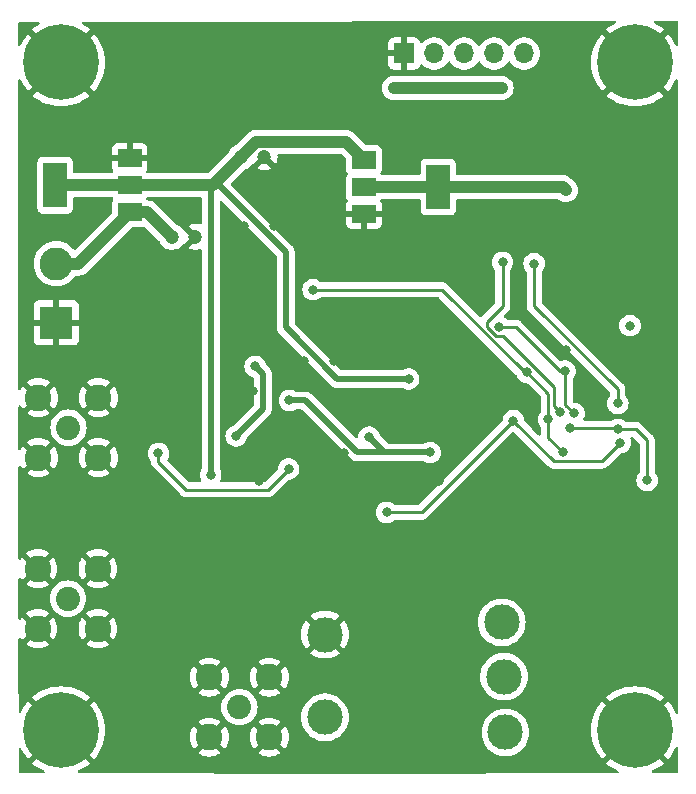
<source format=gbr>
%TF.GenerationSoftware,KiCad,Pcbnew,7.0.2*%
%TF.CreationDate,2023-05-21T11:23:19+02:00*%
%TF.ProjectId,sdrt41-tx,73647274-3431-42d7-9478-2e6b69636164,rev?*%
%TF.SameCoordinates,Original*%
%TF.FileFunction,Copper,L4,Bot*%
%TF.FilePolarity,Positive*%
%FSLAX46Y46*%
G04 Gerber Fmt 4.6, Leading zero omitted, Abs format (unit mm)*
G04 Created by KiCad (PCBNEW 7.0.2) date 2023-05-21 11:23:19*
%MOMM*%
%LPD*%
G01*
G04 APERTURE LIST*
%TA.AperFunction,ComponentPad*%
%ADD10R,2.800000X2.800000*%
%TD*%
%TA.AperFunction,ComponentPad*%
%ADD11C,2.800000*%
%TD*%
%TA.AperFunction,ComponentPad*%
%ADD12C,1.200000*%
%TD*%
%TA.AperFunction,ComponentPad*%
%ADD13C,6.400000*%
%TD*%
%TA.AperFunction,ComponentPad*%
%ADD14C,0.800000*%
%TD*%
%TA.AperFunction,ComponentPad*%
%ADD15C,2.050000*%
%TD*%
%TA.AperFunction,ComponentPad*%
%ADD16C,2.250000*%
%TD*%
%TA.AperFunction,ComponentPad*%
%ADD17R,1.700000X1.700000*%
%TD*%
%TA.AperFunction,ComponentPad*%
%ADD18O,1.700000X1.700000*%
%TD*%
%TA.AperFunction,ComponentPad*%
%ADD19C,3.000000*%
%TD*%
%TA.AperFunction,SMDPad,CuDef*%
%ADD20R,2.000000X1.500000*%
%TD*%
%TA.AperFunction,SMDPad,CuDef*%
%ADD21R,2.000000X3.800000*%
%TD*%
%TA.AperFunction,ViaPad*%
%ADD22C,0.800000*%
%TD*%
%TA.AperFunction,Conductor*%
%ADD23C,1.000000*%
%TD*%
%TA.AperFunction,Conductor*%
%ADD24C,0.500000*%
%TD*%
%TA.AperFunction,Conductor*%
%ADD25C,0.250000*%
%TD*%
G04 APERTURE END LIST*
D10*
%TO.P,J1,1,Pin_1*%
%TO.N,GND*%
X83190400Y-81849600D03*
D11*
%TO.P,J1,2,Pin_2*%
%TO.N,Net-(J1-Pin_2)*%
X83190400Y-76849600D03*
%TD*%
D12*
%TO.P,C4,1*%
%TO.N,Net-(J1-Pin_2)*%
X92980000Y-74574400D03*
%TO.P,C4,2*%
%TO.N,GND*%
X94980000Y-74574400D03*
%TD*%
D13*
%TO.P,H1,1,1*%
%TO.N,GND*%
X83600000Y-116350000D03*
D14*
X81902944Y-114652944D03*
X83600000Y-118750000D03*
X81200000Y-116350000D03*
X86000000Y-116350000D03*
X83600000Y-113950000D03*
X85297056Y-118047056D03*
X85297056Y-114652944D03*
X81902944Y-118047056D03*
%TD*%
%TO.P,H4,1,1*%
%TO.N,GND*%
X81902944Y-58119944D03*
X83600000Y-57417000D03*
X85297056Y-58119944D03*
X83600000Y-62217000D03*
X81200000Y-59817000D03*
X81902944Y-61514056D03*
X86000000Y-59817000D03*
X85297056Y-61514056D03*
D13*
X83600000Y-59817000D03*
%TD*%
D15*
%TO.P,J2,1,In*%
%TO.N,Net-(J2-In)*%
X84226400Y-90728800D03*
D16*
%TO.P,J2,2,Ext*%
%TO.N,GND*%
X81686400Y-88188800D03*
X86766400Y-93268800D03*
X81686400Y-93268800D03*
X86766400Y-88188800D03*
%TD*%
D17*
%TO.P,J4,1,Pin_1*%
%TO.N,GND*%
X112649000Y-59055000D03*
D18*
%TO.P,J4,2,Pin_2*%
%TO.N,SDA*%
X115189000Y-59055000D03*
%TO.P,J4,3,Pin_3*%
%TO.N,SCL*%
X117729000Y-59055000D03*
%TO.P,J4,4,Pin_4*%
%TO.N,unconnected-(J4-Pin_4-Pad4)*%
X120269000Y-59055000D03*
%TO.P,J4,5,Pin_5*%
%TO.N,+5V*%
X122809000Y-59055000D03*
%TD*%
D15*
%TO.P,J5,1,In*%
%TO.N,Net-(J5-In)*%
X98700000Y-114400000D03*
D16*
%TO.P,J5,2,Ext*%
%TO.N,GND*%
X101240000Y-116940000D03*
X96160000Y-116940000D03*
X96160000Y-111860000D03*
X101240000Y-111860000D03*
%TD*%
D15*
%TO.P,J3,1,In*%
%TO.N,Net-(J3-In)*%
X84175600Y-105206800D03*
D16*
%TO.P,J3,2,Ext*%
%TO.N,GND*%
X81635600Y-102666800D03*
X86715600Y-107746800D03*
X81635600Y-107746800D03*
X86715600Y-102666800D03*
%TD*%
D13*
%TO.P,H2,1,1*%
%TO.N,GND*%
X132200000Y-59817000D03*
D14*
X129800000Y-59817000D03*
X130502944Y-61514056D03*
X132200000Y-57417000D03*
X130502944Y-58119944D03*
X132200000Y-62217000D03*
X134600000Y-59817000D03*
X133897056Y-61514056D03*
X133897056Y-58119944D03*
%TD*%
%TO.P,H3,1,1*%
%TO.N,GND*%
X132200000Y-118750000D03*
X129800000Y-116350000D03*
X132200000Y-113950000D03*
X133897056Y-114652944D03*
D13*
X132200000Y-116350000D03*
D14*
X134600000Y-116350000D03*
X133897056Y-118047056D03*
X130502944Y-118047056D03*
X130502944Y-114652944D03*
%TD*%
D19*
%TO.P,T1,1,AA*%
%TO.N,GND*%
X105947500Y-108250000D03*
%TO.P,T1,2,AB*%
%TO.N,Net-(J5-In)*%
X105947500Y-115250000D03*
%TO.P,T1,3,SA*%
%TO.N,Net-(T1-SA)*%
X121227500Y-116540000D03*
%TO.P,T1,4,SC*%
%TO.N,Net-(T1-SC)*%
X121107500Y-111810000D03*
%TO.P,T1,5,SB*%
%TO.N,Net-(T1-SB)*%
X120917500Y-107210000D03*
%TD*%
D12*
%TO.P,C1,1*%
%TO.N,+5V*%
X98822000Y-67818000D03*
%TO.P,C1,2*%
%TO.N,GND*%
X100822000Y-67818000D03*
%TD*%
D20*
%TO.P,U2,1,GND*%
%TO.N,GND*%
X89408400Y-67905600D03*
D21*
%TO.P,U2,2,VO*%
%TO.N,+5V*%
X83108400Y-70205600D03*
D20*
X89408400Y-70205600D03*
%TO.P,U2,3,VI*%
%TO.N,Net-(J1-Pin_2)*%
X89408400Y-72505600D03*
%TD*%
%TO.P,U1,1,GND*%
%TO.N,GND*%
X109245000Y-72658000D03*
D21*
%TO.P,U1,2,VO*%
%TO.N,+3.3V*%
X115545000Y-70358000D03*
D20*
X109245000Y-70358000D03*
%TO.P,U1,3,VI*%
%TO.N,+5V*%
X109245000Y-68058000D03*
%TD*%
D22*
%TO.N,+3.3V*%
X120904000Y-61976000D03*
X111760000Y-61976000D03*
%TO.N,+5V*%
X131775200Y-82092800D03*
X113030000Y-86614000D03*
X96266000Y-94742000D03*
%TO.N,GND*%
X134620000Y-101600000D03*
X100330000Y-95250000D03*
X130683000Y-97089000D03*
X106680000Y-85090000D03*
X134620000Y-91440000D03*
X99822000Y-87630000D03*
X93980000Y-107950000D03*
X127000000Y-95250000D03*
X123342400Y-94437200D03*
X129438400Y-104749600D03*
X101600000Y-58420000D03*
X90170000Y-107950000D03*
X101600000Y-73660000D03*
X82550000Y-64770000D03*
X111760000Y-95250000D03*
X104140000Y-73660000D03*
X107518200Y-92862400D03*
X134670800Y-88036400D03*
X99060000Y-73660000D03*
X133223000Y-97089000D03*
X113030000Y-104140000D03*
X91440000Y-116840000D03*
X97790000Y-87630000D03*
X101600000Y-107950000D03*
X109220000Y-104140000D03*
X106172000Y-88392000D03*
X134620000Y-96520000D03*
X134620000Y-81280000D03*
X90170000Y-64770000D03*
X109220000Y-64770000D03*
X134620000Y-68580000D03*
X91440000Y-111760000D03*
X97790000Y-107950000D03*
X114300000Y-76200000D03*
X134620000Y-111760000D03*
X104140000Y-85090000D03*
X126699000Y-68600000D03*
X98298000Y-97536000D03*
X105410000Y-104140000D03*
X109220000Y-76200000D03*
X127482600Y-87821100D03*
X86360000Y-64770000D03*
X114173000Y-84023200D03*
X121492000Y-74696000D03*
X126365000Y-84140000D03*
X107950000Y-95250000D03*
X114300000Y-64770000D03*
X134620000Y-106680000D03*
X116840000Y-104140000D03*
X115570000Y-95250000D03*
X91440000Y-58420000D03*
X134620000Y-76200000D03*
X95250000Y-64770000D03*
X96520000Y-58420000D03*
X124460000Y-95250000D03*
%TO.N,+3.3V*%
X109245000Y-70358000D03*
X126343500Y-70632000D03*
%TO.N,Net-(U3A--)*%
X100037500Y-85550000D03*
X98425000Y-91440000D03*
%TO.N,Net-(C15-Pad1)*%
X91850000Y-92900000D03*
X102870000Y-94234000D03*
%TO.N,Net-(U6-1B4)*%
X123050000Y-86050000D03*
X126060200Y-92837000D03*
X124866400Y-90043000D03*
X104937500Y-79050000D03*
%TO.N,Net-(U6-1B1)*%
X120712500Y-82250000D03*
X126275489Y-85941511D03*
X127025400Y-89535000D03*
%TO.N,Net-(U3A-+)*%
X114833400Y-92837000D03*
X109675000Y-91535000D03*
X102936000Y-88432000D03*
%TO.N,Net-(U6-1B2)*%
X133223000Y-95189000D03*
X130759200Y-90881200D03*
X126720600Y-90779600D03*
%TO.N,Net-(U6-1B3)*%
X111162500Y-97900000D03*
X121894600Y-90144600D03*
X130962400Y-91998800D03*
%TO.N,Net-(U6-S1)*%
X120984000Y-76728000D03*
X125831600Y-89399500D03*
%TO.N,Net-(U6-S0)*%
X130733800Y-88671400D03*
X123651000Y-76855000D03*
%TD*%
D23*
%TO.N,+3.3V*%
X111760000Y-61976000D02*
X120904000Y-61976000D01*
%TO.N,+5V*%
X107705000Y-66518000D02*
X109245000Y-68058000D01*
X98822000Y-67818000D02*
X100122000Y-66518000D01*
D24*
X96266000Y-69977000D02*
X96266000Y-94742000D01*
D23*
X89408400Y-70205600D02*
X96434400Y-70205600D01*
X100122000Y-66518000D02*
X107705000Y-66518000D01*
D24*
X113030000Y-86614000D02*
X107001918Y-86614000D01*
X102616000Y-82228082D02*
X102616000Y-75878082D01*
D23*
X96434400Y-70205600D02*
X98822000Y-67818000D01*
D24*
X96714918Y-69977000D02*
X96266000Y-69977000D01*
D23*
X86817200Y-70205600D02*
X89408400Y-70205600D01*
X83108400Y-70205600D02*
X86817200Y-70205600D01*
D24*
X107001918Y-86614000D02*
X102616000Y-82228082D01*
X102616000Y-75878082D02*
X96714918Y-69977000D01*
D23*
%TO.N,Net-(J1-Pin_2)*%
X89408400Y-72505600D02*
X90911200Y-72505600D01*
X90911200Y-72505600D02*
X92980000Y-74574400D01*
X85064400Y-76849600D02*
X89408400Y-72505600D01*
X83190400Y-76849600D02*
X85064400Y-76849600D01*
%TO.N,+3.3V*%
X115545000Y-70358000D02*
X126069500Y-70358000D01*
X109245000Y-70358000D02*
X115545000Y-70358000D01*
X126069500Y-70358000D02*
X126343500Y-70632000D01*
D24*
%TO.N,Net-(U3A--)*%
X98425000Y-91440000D02*
X100671511Y-89193489D01*
X100671511Y-86184011D02*
X100037500Y-85550000D01*
X100671511Y-89193489D02*
X100671511Y-86184011D01*
D25*
%TO.N,Net-(C15-Pad1)*%
X91850000Y-92900000D02*
X91850000Y-93628000D01*
X101129000Y-95975000D02*
X102870000Y-94234000D01*
X94197000Y-95975000D02*
X101129000Y-95975000D01*
X91850000Y-93628000D02*
X94197000Y-95975000D01*
%TO.N,Net-(U6-1B4)*%
X126060200Y-92837000D02*
X124866400Y-91643200D01*
X115852168Y-79050000D02*
X104937500Y-79050000D01*
X124866400Y-87866400D02*
X123050000Y-86050000D01*
X122852168Y-86050000D02*
X115852168Y-79050000D01*
X124866400Y-90043000D02*
X124866400Y-87866400D01*
X123050000Y-86050000D02*
X122852168Y-86050000D01*
X124866400Y-91643200D02*
X124866400Y-90043000D01*
%TO.N,Net-(U6-1B1)*%
X126275489Y-85941511D02*
X125819511Y-85941511D01*
X126275489Y-88785089D02*
X126275489Y-85941511D01*
X127025400Y-89535000D02*
X126275489Y-88785089D01*
X122128000Y-82250000D02*
X120712500Y-82250000D01*
X125819511Y-85941511D02*
X122128000Y-82250000D01*
D24*
%TO.N,Net-(U3A-+)*%
X114833400Y-92837000D02*
X108694191Y-92837000D01*
X114833400Y-92837000D02*
X110977000Y-92837000D01*
X110977000Y-92837000D02*
X109675000Y-91535000D01*
X104289191Y-88432000D02*
X102936000Y-88432000D01*
X108694191Y-92837000D02*
X104289191Y-88432000D01*
D25*
%TO.N,Net-(U6-1B2)*%
X130759200Y-90881200D02*
X132283200Y-90881200D01*
X126720600Y-90779600D02*
X130657600Y-90779600D01*
X132283200Y-90881200D02*
X133223000Y-91821000D01*
X130657600Y-90779600D02*
X130759200Y-90881200D01*
X133223000Y-91821000D02*
X133223000Y-95189000D01*
%TO.N,Net-(U6-1B3)*%
X125311511Y-93561511D02*
X129399689Y-93561511D01*
X129399689Y-93561511D02*
X130962400Y-91998800D01*
X121894600Y-90144600D02*
X125311511Y-93561511D01*
X114139200Y-97900000D02*
X111162500Y-97900000D01*
X121894600Y-90144600D02*
X114139200Y-97900000D01*
%TO.N,Net-(U6-S1)*%
X125315920Y-87291306D02*
X121031814Y-83007200D01*
X119650000Y-82212114D02*
X119650000Y-81804000D01*
X120984000Y-76728000D02*
X120984000Y-80470000D01*
X125831600Y-89399500D02*
X125315920Y-88883820D01*
X120445086Y-83007200D02*
X119650000Y-82212114D01*
X125315920Y-88883820D02*
X125315920Y-87291306D01*
X121031814Y-83007200D02*
X120445086Y-83007200D01*
X120984000Y-80470000D02*
X119650000Y-81804000D01*
%TO.N,Net-(U6-S0)*%
X130733800Y-87483495D02*
X123651000Y-80400695D01*
X130733800Y-87483495D02*
X130733800Y-88671400D01*
X123651000Y-80400695D02*
X123651000Y-76855000D01*
%TD*%
%TA.AperFunction,Conductor*%
%TO.N,GND*%
G36*
X95284140Y-74547617D02*
G01*
X95281815Y-74580117D01*
X95277713Y-74535847D01*
X95284140Y-74547617D01*
G37*
%TD.AperFunction*%
%TA.AperFunction,Conductor*%
G36*
X130542655Y-56286915D02*
G01*
X130589261Y-56340473D01*
X130599512Y-56410725D01*
X130570154Y-56475368D01*
X130531960Y-56505321D01*
X130346412Y-56599863D01*
X130340686Y-56603169D01*
X130020267Y-56811251D01*
X130014938Y-56815123D01*
X129762086Y-57019877D01*
X130679352Y-57937143D01*
X130600489Y-57884449D01*
X130527568Y-57869944D01*
X130478320Y-57869944D01*
X130405399Y-57884449D01*
X130322704Y-57939704D01*
X130267449Y-58022399D01*
X130248046Y-58119944D01*
X130267449Y-58217489D01*
X130320143Y-58296352D01*
X129402877Y-57379086D01*
X129198123Y-57631938D01*
X129194251Y-57637267D01*
X128986169Y-57957686D01*
X128982872Y-57963397D01*
X128809421Y-58303811D01*
X128806739Y-58309835D01*
X128669829Y-58666501D01*
X128667787Y-58672784D01*
X128568905Y-59041815D01*
X128567534Y-59048265D01*
X128507766Y-59425629D01*
X128507079Y-59432167D01*
X128487084Y-59813699D01*
X128487084Y-59820300D01*
X128507079Y-60201832D01*
X128507766Y-60208370D01*
X128567534Y-60585734D01*
X128568905Y-60592184D01*
X128667787Y-60961215D01*
X128669829Y-60967498D01*
X128806739Y-61324164D01*
X128809421Y-61330188D01*
X128982873Y-61670605D01*
X128986169Y-61676314D01*
X129194248Y-61996727D01*
X129198130Y-62002070D01*
X129402876Y-62254911D01*
X129402877Y-62254912D01*
X130320147Y-61337641D01*
X130267449Y-61416511D01*
X130248046Y-61514056D01*
X130267449Y-61611601D01*
X130322704Y-61694296D01*
X130405399Y-61749551D01*
X130478320Y-61764056D01*
X130527568Y-61764056D01*
X130600489Y-61749551D01*
X130679349Y-61696857D01*
X129762086Y-62614121D01*
X129762087Y-62614122D01*
X130014929Y-62818869D01*
X130020272Y-62822751D01*
X130340685Y-63030830D01*
X130346394Y-63034126D01*
X130686811Y-63207578D01*
X130692835Y-63210260D01*
X131049501Y-63347170D01*
X131055784Y-63349212D01*
X131424815Y-63448094D01*
X131431265Y-63449465D01*
X131808629Y-63509233D01*
X131815167Y-63509920D01*
X132196699Y-63529916D01*
X132203301Y-63529916D01*
X132584832Y-63509920D01*
X132591370Y-63509233D01*
X132968734Y-63449465D01*
X132975184Y-63448094D01*
X133344215Y-63349212D01*
X133350498Y-63347170D01*
X133707164Y-63210260D01*
X133713188Y-63207578D01*
X134053605Y-63034126D01*
X134059314Y-63030830D01*
X134379728Y-62822751D01*
X134385064Y-62818874D01*
X134637912Y-62614121D01*
X133720646Y-61696855D01*
X133799511Y-61749551D01*
X133872432Y-61764056D01*
X133921680Y-61764056D01*
X133994601Y-61749551D01*
X134077296Y-61694296D01*
X134132551Y-61611601D01*
X134151954Y-61514056D01*
X134132551Y-61416511D01*
X134079855Y-61337646D01*
X134997121Y-62254912D01*
X135201874Y-62002064D01*
X135205751Y-61996728D01*
X135413830Y-61676314D01*
X135417126Y-61670605D01*
X135590578Y-61330188D01*
X135593257Y-61324170D01*
X135595926Y-61317216D01*
X135639005Y-61260783D01*
X135705756Y-61236599D01*
X135774985Y-61252342D01*
X135824713Y-61303015D01*
X135839562Y-61362336D01*
X135848614Y-114828200D01*
X135828623Y-114896324D01*
X135774976Y-114942826D01*
X135704703Y-114952942D01*
X135640118Y-114923459D01*
X135604983Y-114873375D01*
X135593260Y-114842835D01*
X135590578Y-114836811D01*
X135417127Y-114496397D01*
X135413830Y-114490686D01*
X135205753Y-114170275D01*
X135201865Y-114164924D01*
X134997122Y-113912087D01*
X134997121Y-113912086D01*
X134079858Y-114829348D01*
X134132551Y-114750489D01*
X134151954Y-114652944D01*
X134132551Y-114555399D01*
X134077296Y-114472704D01*
X133994601Y-114417449D01*
X133921680Y-114402944D01*
X133872432Y-114402944D01*
X133799511Y-114417449D01*
X133720641Y-114470147D01*
X134637912Y-113552877D01*
X134637911Y-113552876D01*
X134385070Y-113348130D01*
X134379727Y-113344248D01*
X134059314Y-113136169D01*
X134053605Y-113132873D01*
X133713188Y-112959421D01*
X133707164Y-112956739D01*
X133350498Y-112819829D01*
X133344215Y-112817787D01*
X132975184Y-112718905D01*
X132968734Y-112717534D01*
X132591370Y-112657766D01*
X132584832Y-112657079D01*
X132203301Y-112637084D01*
X132196699Y-112637084D01*
X131815167Y-112657079D01*
X131808629Y-112657766D01*
X131431265Y-112717534D01*
X131424815Y-112718905D01*
X131055784Y-112817787D01*
X131049501Y-112819829D01*
X130692835Y-112956739D01*
X130686811Y-112959421D01*
X130346397Y-113132872D01*
X130340686Y-113136169D01*
X130020267Y-113344251D01*
X130014938Y-113348123D01*
X129762086Y-113552877D01*
X130679352Y-114470143D01*
X130600489Y-114417449D01*
X130527568Y-114402944D01*
X130478320Y-114402944D01*
X130405399Y-114417449D01*
X130322704Y-114472704D01*
X130267449Y-114555399D01*
X130248046Y-114652944D01*
X130267449Y-114750489D01*
X130320144Y-114829353D01*
X129402877Y-113912086D01*
X129198123Y-114164938D01*
X129194251Y-114170267D01*
X128986169Y-114490686D01*
X128982872Y-114496397D01*
X128809421Y-114836811D01*
X128806739Y-114842835D01*
X128669829Y-115199501D01*
X128667787Y-115205784D01*
X128568905Y-115574815D01*
X128567534Y-115581265D01*
X128507766Y-115958629D01*
X128507079Y-115965167D01*
X128487084Y-116346699D01*
X128487084Y-116353300D01*
X128507079Y-116734832D01*
X128507766Y-116741370D01*
X128567534Y-117118734D01*
X128568905Y-117125184D01*
X128667787Y-117494215D01*
X128669829Y-117500498D01*
X128806739Y-117857164D01*
X128809421Y-117863188D01*
X128982873Y-118203605D01*
X128986169Y-118209314D01*
X129194248Y-118529727D01*
X129198130Y-118535070D01*
X129402876Y-118787911D01*
X129402877Y-118787912D01*
X130320147Y-117870641D01*
X130267449Y-117949511D01*
X130248046Y-118047056D01*
X130267449Y-118144601D01*
X130322704Y-118227296D01*
X130405399Y-118282551D01*
X130478320Y-118297056D01*
X130527568Y-118297056D01*
X130600489Y-118282551D01*
X130679349Y-118229857D01*
X129762086Y-119147121D01*
X129762087Y-119147122D01*
X130014929Y-119351869D01*
X130020272Y-119355751D01*
X130340685Y-119563830D01*
X130346394Y-119567126D01*
X130686811Y-119740578D01*
X130692835Y-119743260D01*
X130739373Y-119761124D01*
X130795801Y-119804210D01*
X130819978Y-119870963D01*
X130804227Y-119940190D01*
X130753549Y-119989912D01*
X130694331Y-120004755D01*
X108192719Y-120024739D01*
X85107449Y-120004071D01*
X85039346Y-119984008D01*
X84992902Y-119930311D01*
X84982861Y-119860028D01*
X85012411Y-119795473D01*
X85062409Y-119760440D01*
X85107158Y-119743262D01*
X85113188Y-119740578D01*
X85453605Y-119567126D01*
X85459314Y-119563830D01*
X85779728Y-119355751D01*
X85785064Y-119351874D01*
X86037912Y-119147121D01*
X85120646Y-118229855D01*
X85199511Y-118282551D01*
X85272432Y-118297056D01*
X85321680Y-118297056D01*
X85394601Y-118282551D01*
X85477296Y-118227296D01*
X85532551Y-118144601D01*
X85551954Y-118047056D01*
X85532551Y-117949511D01*
X85479855Y-117870646D01*
X86397121Y-118787912D01*
X86601874Y-118535064D01*
X86605751Y-118529728D01*
X86813830Y-118209314D01*
X86817126Y-118203605D01*
X86990578Y-117863188D01*
X86993260Y-117857164D01*
X87130170Y-117500498D01*
X87132212Y-117494215D01*
X87231094Y-117125184D01*
X87232465Y-117118734D01*
X87260774Y-116939999D01*
X94521950Y-116939999D01*
X94542117Y-117196247D01*
X94602122Y-117446186D01*
X94700486Y-117683657D01*
X94834792Y-117902825D01*
X94836253Y-117904536D01*
X95406806Y-117333982D01*
X95452316Y-117419822D01*
X95572009Y-117560735D01*
X95719195Y-117672623D01*
X95765268Y-117693939D01*
X95195462Y-118263745D01*
X95195462Y-118263746D01*
X95197176Y-118265208D01*
X95416342Y-118399513D01*
X95653813Y-118497877D01*
X95903752Y-118557882D01*
X96160000Y-118578049D01*
X96416247Y-118557882D01*
X96666186Y-118497877D01*
X96903657Y-118399513D01*
X97122824Y-118265208D01*
X97124535Y-118263746D01*
X97124536Y-118263745D01*
X96555077Y-117694286D01*
X96677431Y-117620669D01*
X96811658Y-117493523D01*
X96915413Y-117340495D01*
X96916635Y-117337426D01*
X97483744Y-117904536D01*
X97483746Y-117904535D01*
X97485208Y-117902824D01*
X97619513Y-117683657D01*
X97717877Y-117446186D01*
X97777882Y-117196247D01*
X97798049Y-116940000D01*
X99601950Y-116940000D01*
X99622117Y-117196247D01*
X99682122Y-117446186D01*
X99780486Y-117683657D01*
X99914792Y-117902825D01*
X99916253Y-117904536D01*
X100486806Y-117333982D01*
X100532316Y-117419822D01*
X100652009Y-117560735D01*
X100799195Y-117672623D01*
X100845268Y-117693939D01*
X100275462Y-118263745D01*
X100275462Y-118263746D01*
X100277176Y-118265208D01*
X100496342Y-118399513D01*
X100733813Y-118497877D01*
X100983752Y-118557882D01*
X101239999Y-118578049D01*
X101496247Y-118557882D01*
X101746186Y-118497877D01*
X101983657Y-118399513D01*
X102202824Y-118265208D01*
X102204535Y-118263746D01*
X102204536Y-118263745D01*
X101635077Y-117694286D01*
X101757431Y-117620669D01*
X101891658Y-117493523D01*
X101995413Y-117340495D01*
X101996635Y-117337426D01*
X102563745Y-117904536D01*
X102563746Y-117904535D01*
X102565208Y-117902824D01*
X102699513Y-117683657D01*
X102797877Y-117446186D01*
X102857882Y-117196247D01*
X102878049Y-116939999D01*
X102857882Y-116683752D01*
X102797877Y-116433813D01*
X102699513Y-116196342D01*
X102565208Y-115977176D01*
X102563745Y-115975462D01*
X101993192Y-116546015D01*
X101947684Y-116460178D01*
X101827991Y-116319265D01*
X101680805Y-116207377D01*
X101634729Y-116186060D01*
X102204536Y-115616253D01*
X102202825Y-115614792D01*
X101983657Y-115480486D01*
X101746186Y-115382122D01*
X101496247Y-115322117D01*
X101240000Y-115301950D01*
X100983752Y-115322117D01*
X100733813Y-115382122D01*
X100496342Y-115480486D01*
X100277174Y-115614792D01*
X100275462Y-115616253D01*
X100844922Y-116185713D01*
X100722569Y-116259331D01*
X100588342Y-116386477D01*
X100484587Y-116539505D01*
X100483364Y-116542573D01*
X99916253Y-115975462D01*
X99914792Y-115977174D01*
X99780486Y-116196342D01*
X99682122Y-116433813D01*
X99622117Y-116683752D01*
X99601950Y-116940000D01*
X97798049Y-116940000D01*
X97777882Y-116683752D01*
X97717877Y-116433813D01*
X97619513Y-116196342D01*
X97485208Y-115977176D01*
X97483745Y-115975462D01*
X96913191Y-116546015D01*
X96867684Y-116460178D01*
X96747991Y-116319265D01*
X96600805Y-116207377D01*
X96554729Y-116186060D01*
X97124536Y-115616253D01*
X97122825Y-115614792D01*
X96903657Y-115480486D01*
X96666186Y-115382122D01*
X96416247Y-115322117D01*
X96159999Y-115301950D01*
X95903752Y-115322117D01*
X95653813Y-115382122D01*
X95416342Y-115480486D01*
X95197174Y-115614792D01*
X95195462Y-115616253D01*
X95764921Y-116185713D01*
X95642569Y-116259331D01*
X95508342Y-116386477D01*
X95404587Y-116539505D01*
X95403364Y-116542573D01*
X94836253Y-115975462D01*
X94834792Y-115977174D01*
X94700486Y-116196342D01*
X94602122Y-116433813D01*
X94542117Y-116683752D01*
X94521950Y-116939999D01*
X87260774Y-116939999D01*
X87292233Y-116741370D01*
X87292920Y-116734832D01*
X87312916Y-116353300D01*
X87312916Y-116346699D01*
X87292920Y-115965167D01*
X87292233Y-115958629D01*
X87232465Y-115581265D01*
X87231094Y-115574815D01*
X87132212Y-115205784D01*
X87130170Y-115199501D01*
X86993260Y-114842835D01*
X86990578Y-114836811D01*
X86817127Y-114496397D01*
X86813830Y-114490686D01*
X86754938Y-114400000D01*
X97161758Y-114400000D01*
X97180696Y-114640634D01*
X97237045Y-114875344D01*
X97310040Y-115051570D01*
X97329416Y-115098347D01*
X97455536Y-115304156D01*
X97612299Y-115487701D01*
X97795844Y-115644464D01*
X98001653Y-115770584D01*
X98224657Y-115862955D01*
X98459366Y-115919304D01*
X98700000Y-115938242D01*
X98940634Y-115919304D01*
X99175343Y-115862955D01*
X99398347Y-115770584D01*
X99604156Y-115644464D01*
X99787701Y-115487701D01*
X99944464Y-115304156D01*
X99977651Y-115250000D01*
X103934307Y-115250000D01*
X103934601Y-115254298D01*
X103950072Y-115480486D01*
X103953058Y-115524130D01*
X103953931Y-115528331D01*
X103953932Y-115528338D01*
X103978063Y-115644462D01*
X104008962Y-115793153D01*
X104010399Y-115797196D01*
X104010402Y-115797207D01*
X104099537Y-116048008D01*
X104099540Y-116048015D01*
X104100977Y-116052058D01*
X104102951Y-116055869D01*
X104102953Y-116055872D01*
X104225406Y-116292197D01*
X104225409Y-116292202D01*
X104227389Y-116296023D01*
X104385843Y-116520502D01*
X104573389Y-116721314D01*
X104786531Y-116894718D01*
X105021300Y-117037484D01*
X105273323Y-117146953D01*
X105537904Y-117221085D01*
X105810115Y-117258500D01*
X105814420Y-117258500D01*
X106080580Y-117258500D01*
X106084885Y-117258500D01*
X106357096Y-117221085D01*
X106621677Y-117146953D01*
X106873700Y-117037484D01*
X107108469Y-116894718D01*
X107321611Y-116721314D01*
X107490947Y-116540000D01*
X119214307Y-116540000D01*
X119214601Y-116544298D01*
X119226021Y-116711260D01*
X119233058Y-116814130D01*
X119233931Y-116818331D01*
X119233932Y-116818338D01*
X119259214Y-116939998D01*
X119288962Y-117083153D01*
X119290399Y-117087196D01*
X119290402Y-117087207D01*
X119379537Y-117338008D01*
X119379540Y-117338015D01*
X119380977Y-117342058D01*
X119382951Y-117345869D01*
X119382953Y-117345872D01*
X119505406Y-117582197D01*
X119505409Y-117582202D01*
X119507389Y-117586023D01*
X119665843Y-117810502D01*
X119668781Y-117813648D01*
X119668782Y-117813649D01*
X119703395Y-117850710D01*
X119853389Y-118011314D01*
X120066531Y-118184718D01*
X120301300Y-118327484D01*
X120553323Y-118436953D01*
X120817904Y-118511085D01*
X121090115Y-118548500D01*
X121094420Y-118548500D01*
X121360580Y-118548500D01*
X121364885Y-118548500D01*
X121637096Y-118511085D01*
X121901677Y-118436953D01*
X122153700Y-118327484D01*
X122388469Y-118184718D01*
X122601611Y-118011314D01*
X122789157Y-117810502D01*
X122947611Y-117586023D01*
X123074023Y-117342058D01*
X123166038Y-117083153D01*
X123221942Y-116814130D01*
X123240693Y-116540000D01*
X123221942Y-116265870D01*
X123166038Y-115996847D01*
X123145209Y-115938241D01*
X123075462Y-115741991D01*
X123074023Y-115737942D01*
X122947611Y-115493977D01*
X122789157Y-115269498D01*
X122601611Y-115068686D01*
X122487525Y-114975870D01*
X122391804Y-114897995D01*
X122391801Y-114897993D01*
X122388469Y-114895282D01*
X122153700Y-114752516D01*
X122149759Y-114750804D01*
X122149753Y-114750801D01*
X121905612Y-114644756D01*
X121905609Y-114644755D01*
X121901677Y-114643047D01*
X121897552Y-114641891D01*
X121897543Y-114641888D01*
X121641242Y-114570076D01*
X121641232Y-114570074D01*
X121637096Y-114568915D01*
X121632835Y-114568329D01*
X121632824Y-114568327D01*
X121369153Y-114532086D01*
X121369143Y-114532085D01*
X121364885Y-114531500D01*
X121090115Y-114531500D01*
X121085857Y-114532085D01*
X121085846Y-114532086D01*
X120822175Y-114568327D01*
X120822161Y-114568329D01*
X120817904Y-114568915D01*
X120813769Y-114570073D01*
X120813757Y-114570076D01*
X120557456Y-114641888D01*
X120557442Y-114641892D01*
X120553323Y-114643047D01*
X120549395Y-114644753D01*
X120549387Y-114644756D01*
X120305246Y-114750801D01*
X120305233Y-114750807D01*
X120301300Y-114752516D01*
X120297629Y-114754748D01*
X120297622Y-114754752D01*
X120070204Y-114893048D01*
X120070199Y-114893050D01*
X120066531Y-114895282D01*
X120063204Y-114897988D01*
X120063195Y-114897995D01*
X119856725Y-115065971D01*
X119856717Y-115065978D01*
X119853389Y-115068686D01*
X119850457Y-115071824D01*
X119850452Y-115071830D01*
X119668782Y-115266350D01*
X119668774Y-115266358D01*
X119665843Y-115269498D01*
X119663363Y-115273010D01*
X119663360Y-115273015D01*
X119509875Y-115490454D01*
X119509870Y-115490462D01*
X119507389Y-115493977D01*
X119505413Y-115497790D01*
X119505406Y-115497802D01*
X119382953Y-115734127D01*
X119382949Y-115734136D01*
X119380977Y-115737942D01*
X119379542Y-115741978D01*
X119379537Y-115741991D01*
X119290402Y-115992792D01*
X119290397Y-115992807D01*
X119288962Y-115996847D01*
X119288087Y-116001054D01*
X119288087Y-116001057D01*
X119233932Y-116261661D01*
X119233930Y-116261670D01*
X119233058Y-116265870D01*
X119232764Y-116270157D01*
X119232764Y-116270163D01*
X119224808Y-116386477D01*
X119214307Y-116540000D01*
X107490947Y-116540000D01*
X107509157Y-116520502D01*
X107667611Y-116296023D01*
X107794023Y-116052058D01*
X107886038Y-115793153D01*
X107941942Y-115524130D01*
X107960693Y-115250000D01*
X107941942Y-114975870D01*
X107886038Y-114706847D01*
X107863363Y-114643047D01*
X107795462Y-114451991D01*
X107794023Y-114447942D01*
X107667611Y-114203977D01*
X107509157Y-113979498D01*
X107321611Y-113778686D01*
X107318274Y-113775971D01*
X107111804Y-113607995D01*
X107111801Y-113607993D01*
X107108469Y-113605282D01*
X106873700Y-113462516D01*
X106869759Y-113460804D01*
X106869753Y-113460801D01*
X106625612Y-113354756D01*
X106625609Y-113354755D01*
X106621677Y-113353047D01*
X106617552Y-113351891D01*
X106617543Y-113351888D01*
X106361242Y-113280076D01*
X106361232Y-113280074D01*
X106357096Y-113278915D01*
X106352835Y-113278329D01*
X106352824Y-113278327D01*
X106089153Y-113242086D01*
X106089143Y-113242085D01*
X106084885Y-113241500D01*
X105810115Y-113241500D01*
X105805857Y-113242085D01*
X105805846Y-113242086D01*
X105542175Y-113278327D01*
X105542161Y-113278329D01*
X105537904Y-113278915D01*
X105533769Y-113280073D01*
X105533757Y-113280076D01*
X105277456Y-113351888D01*
X105277442Y-113351892D01*
X105273323Y-113353047D01*
X105269395Y-113354753D01*
X105269387Y-113354756D01*
X105025246Y-113460801D01*
X105025233Y-113460807D01*
X105021300Y-113462516D01*
X105017629Y-113464748D01*
X105017622Y-113464752D01*
X104790204Y-113603048D01*
X104790199Y-113603050D01*
X104786531Y-113605282D01*
X104783204Y-113607988D01*
X104783195Y-113607995D01*
X104576725Y-113775971D01*
X104576717Y-113775978D01*
X104573389Y-113778686D01*
X104570457Y-113781824D01*
X104570452Y-113781830D01*
X104388782Y-113976350D01*
X104388774Y-113976358D01*
X104385843Y-113979498D01*
X104383363Y-113983010D01*
X104383360Y-113983015D01*
X104229875Y-114200454D01*
X104229870Y-114200462D01*
X104227389Y-114203977D01*
X104225413Y-114207790D01*
X104225406Y-114207802D01*
X104102953Y-114444127D01*
X104102949Y-114444136D01*
X104100977Y-114447942D01*
X104099542Y-114451978D01*
X104099537Y-114451991D01*
X104010402Y-114702792D01*
X104010397Y-114702807D01*
X104008962Y-114706847D01*
X104008087Y-114711054D01*
X104008087Y-114711057D01*
X103953932Y-114971661D01*
X103953930Y-114971670D01*
X103953058Y-114975870D01*
X103934307Y-115250000D01*
X99977651Y-115250000D01*
X100070584Y-115098347D01*
X100162955Y-114875343D01*
X100219304Y-114640634D01*
X100238242Y-114400000D01*
X100219304Y-114159366D01*
X100162955Y-113924657D01*
X100070584Y-113701653D01*
X99944464Y-113495844D01*
X99787701Y-113312299D01*
X99604156Y-113155536D01*
X99398347Y-113029416D01*
X99229364Y-112959421D01*
X99175344Y-112937045D01*
X98940634Y-112880696D01*
X98700000Y-112861758D01*
X98459365Y-112880696D01*
X98224655Y-112937045D01*
X98001654Y-113029415D01*
X97924029Y-113076984D01*
X97795844Y-113155536D01*
X97612299Y-113312299D01*
X97522127Y-113417877D01*
X97455537Y-113495843D01*
X97329415Y-113701654D01*
X97237045Y-113924655D01*
X97180696Y-114159365D01*
X97161758Y-114400000D01*
X86754938Y-114400000D01*
X86605753Y-114170275D01*
X86601865Y-114164924D01*
X86397122Y-113912087D01*
X86397121Y-113912086D01*
X85479858Y-114829348D01*
X85532551Y-114750489D01*
X85551954Y-114652944D01*
X85532551Y-114555399D01*
X85477296Y-114472704D01*
X85394601Y-114417449D01*
X85321680Y-114402944D01*
X85272432Y-114402944D01*
X85199511Y-114417449D01*
X85120642Y-114470147D01*
X86037912Y-113552877D01*
X86037911Y-113552876D01*
X85785070Y-113348130D01*
X85779727Y-113344248D01*
X85459314Y-113136169D01*
X85453605Y-113132873D01*
X85113188Y-112959421D01*
X85107164Y-112956739D01*
X84750498Y-112819829D01*
X84744215Y-112817787D01*
X84375184Y-112718905D01*
X84368734Y-112717534D01*
X83991370Y-112657766D01*
X83984832Y-112657079D01*
X83603301Y-112637084D01*
X83596699Y-112637084D01*
X83215167Y-112657079D01*
X83208629Y-112657766D01*
X82831265Y-112717534D01*
X82824815Y-112718905D01*
X82455784Y-112817787D01*
X82449501Y-112819829D01*
X82092835Y-112956739D01*
X82086811Y-112959421D01*
X81746397Y-113132872D01*
X81740686Y-113136169D01*
X81420267Y-113344251D01*
X81414938Y-113348123D01*
X81162086Y-113552877D01*
X82079353Y-114470144D01*
X82000489Y-114417449D01*
X81927568Y-114402944D01*
X81878320Y-114402944D01*
X81805399Y-114417449D01*
X81722704Y-114472704D01*
X81667449Y-114555399D01*
X81648046Y-114652944D01*
X81667449Y-114750489D01*
X81720144Y-114829353D01*
X80802877Y-113912086D01*
X80598123Y-114164938D01*
X80594251Y-114170267D01*
X80386169Y-114490686D01*
X80382872Y-114496397D01*
X80235391Y-114785842D01*
X80186642Y-114837457D01*
X80117727Y-114854523D01*
X80050526Y-114831622D01*
X80006374Y-114776024D01*
X79997125Y-114728725D01*
X79995289Y-111859999D01*
X94521950Y-111859999D01*
X94542117Y-112116247D01*
X94602122Y-112366186D01*
X94700486Y-112603657D01*
X94834792Y-112822825D01*
X94836253Y-112824536D01*
X95406806Y-112253982D01*
X95452316Y-112339822D01*
X95572009Y-112480735D01*
X95719195Y-112592623D01*
X95765268Y-112613939D01*
X95195462Y-113183745D01*
X95195462Y-113183746D01*
X95197176Y-113185208D01*
X95416342Y-113319513D01*
X95653813Y-113417877D01*
X95903752Y-113477882D01*
X96160000Y-113498049D01*
X96416247Y-113477882D01*
X96666186Y-113417877D01*
X96903657Y-113319513D01*
X97122824Y-113185208D01*
X97124535Y-113183746D01*
X97124536Y-113183745D01*
X96555077Y-112614286D01*
X96677431Y-112540669D01*
X96811658Y-112413523D01*
X96915413Y-112260495D01*
X96916635Y-112257426D01*
X97483745Y-112824536D01*
X97483746Y-112824535D01*
X97485208Y-112822824D01*
X97619513Y-112603657D01*
X97717877Y-112366186D01*
X97777882Y-112116247D01*
X97798049Y-111860000D01*
X99601950Y-111860000D01*
X99622117Y-112116247D01*
X99682122Y-112366186D01*
X99780486Y-112603657D01*
X99914792Y-112822825D01*
X99916253Y-112824536D01*
X100486806Y-112253982D01*
X100532316Y-112339822D01*
X100652009Y-112480735D01*
X100799195Y-112592623D01*
X100845268Y-112613939D01*
X100275462Y-113183745D01*
X100275462Y-113183746D01*
X100277176Y-113185208D01*
X100496342Y-113319513D01*
X100733813Y-113417877D01*
X100983752Y-113477882D01*
X101239999Y-113498049D01*
X101496247Y-113477882D01*
X101746186Y-113417877D01*
X101983657Y-113319513D01*
X102202824Y-113185208D01*
X102204535Y-113183746D01*
X102204536Y-113183745D01*
X101635077Y-112614286D01*
X101757431Y-112540669D01*
X101891658Y-112413523D01*
X101995413Y-112260495D01*
X101996635Y-112257426D01*
X102563745Y-112824536D01*
X102563746Y-112824535D01*
X102565208Y-112822824D01*
X102699513Y-112603657D01*
X102797877Y-112366186D01*
X102857882Y-112116247D01*
X102878049Y-111859999D01*
X102874114Y-111810000D01*
X119094307Y-111810000D01*
X119113058Y-112084130D01*
X119168962Y-112353153D01*
X119170399Y-112357196D01*
X119170402Y-112357207D01*
X119259537Y-112608008D01*
X119259540Y-112608015D01*
X119260977Y-112612058D01*
X119262951Y-112615869D01*
X119262953Y-112615872D01*
X119385406Y-112852197D01*
X119385409Y-112852202D01*
X119387389Y-112856023D01*
X119545843Y-113080502D01*
X119733389Y-113281314D01*
X119946531Y-113454718D01*
X120181300Y-113597484D01*
X120433323Y-113706953D01*
X120697904Y-113781085D01*
X120970115Y-113818500D01*
X120974420Y-113818500D01*
X121240580Y-113818500D01*
X121244885Y-113818500D01*
X121517096Y-113781085D01*
X121781677Y-113706953D01*
X122033700Y-113597484D01*
X122268469Y-113454718D01*
X122481611Y-113281314D01*
X122669157Y-113080502D01*
X122827611Y-112856023D01*
X122954023Y-112612058D01*
X123046038Y-112353153D01*
X123101942Y-112084130D01*
X123120693Y-111810000D01*
X123101942Y-111535870D01*
X123046038Y-111266847D01*
X122954023Y-111007942D01*
X122827611Y-110763977D01*
X122669157Y-110539498D01*
X122481611Y-110338686D01*
X122362912Y-110242117D01*
X122271804Y-110167995D01*
X122271801Y-110167993D01*
X122268469Y-110165282D01*
X122060402Y-110038754D01*
X122037377Y-110024752D01*
X122037376Y-110024751D01*
X122033700Y-110022516D01*
X122029759Y-110020804D01*
X122029753Y-110020801D01*
X121785612Y-109914756D01*
X121785609Y-109914755D01*
X121781677Y-109913047D01*
X121777552Y-109911891D01*
X121777543Y-109911888D01*
X121521242Y-109840076D01*
X121521232Y-109840074D01*
X121517096Y-109838915D01*
X121512835Y-109838329D01*
X121512824Y-109838327D01*
X121249153Y-109802086D01*
X121249143Y-109802085D01*
X121244885Y-109801500D01*
X120970115Y-109801500D01*
X120965857Y-109802085D01*
X120965846Y-109802086D01*
X120702175Y-109838327D01*
X120702161Y-109838329D01*
X120697904Y-109838915D01*
X120693769Y-109840073D01*
X120693757Y-109840076D01*
X120437456Y-109911888D01*
X120437442Y-109911892D01*
X120433323Y-109913047D01*
X120429395Y-109914753D01*
X120429387Y-109914756D01*
X120185246Y-110020801D01*
X120185233Y-110020807D01*
X120181300Y-110022516D01*
X120177629Y-110024748D01*
X120177622Y-110024752D01*
X119950204Y-110163048D01*
X119950199Y-110163050D01*
X119946531Y-110165282D01*
X119943204Y-110167988D01*
X119943195Y-110167995D01*
X119736725Y-110335971D01*
X119736717Y-110335978D01*
X119733389Y-110338686D01*
X119730457Y-110341824D01*
X119730452Y-110341830D01*
X119548782Y-110536350D01*
X119548774Y-110536358D01*
X119545843Y-110539498D01*
X119543363Y-110543010D01*
X119543360Y-110543015D01*
X119389875Y-110760454D01*
X119389870Y-110760462D01*
X119387389Y-110763977D01*
X119385413Y-110767790D01*
X119385406Y-110767802D01*
X119262953Y-111004127D01*
X119262949Y-111004136D01*
X119260977Y-111007942D01*
X119259542Y-111011978D01*
X119259537Y-111011991D01*
X119170402Y-111262792D01*
X119170397Y-111262807D01*
X119168962Y-111266847D01*
X119168087Y-111271054D01*
X119168087Y-111271057D01*
X119113932Y-111531661D01*
X119113930Y-111531670D01*
X119113058Y-111535870D01*
X119112764Y-111540157D01*
X119112764Y-111540163D01*
X119106533Y-111631260D01*
X119094307Y-111810000D01*
X102874114Y-111810000D01*
X102857882Y-111603752D01*
X102797877Y-111353813D01*
X102699513Y-111116342D01*
X102565208Y-110897176D01*
X102563745Y-110895462D01*
X101993191Y-111466015D01*
X101947684Y-111380178D01*
X101827991Y-111239265D01*
X101680805Y-111127377D01*
X101634729Y-111106060D01*
X102204536Y-110536253D01*
X102202825Y-110534792D01*
X101983657Y-110400486D01*
X101746186Y-110302122D01*
X101496247Y-110242117D01*
X101239999Y-110221950D01*
X100983752Y-110242117D01*
X100733813Y-110302122D01*
X100496342Y-110400486D01*
X100277174Y-110534792D01*
X100275462Y-110536253D01*
X100844922Y-111105713D01*
X100722569Y-111179331D01*
X100588342Y-111306477D01*
X100484587Y-111459505D01*
X100483364Y-111462572D01*
X99916253Y-110895462D01*
X99914792Y-110897174D01*
X99780486Y-111116342D01*
X99682122Y-111353813D01*
X99622117Y-111603752D01*
X99601950Y-111860000D01*
X97798049Y-111860000D01*
X97777882Y-111603752D01*
X97717877Y-111353813D01*
X97619513Y-111116342D01*
X97485208Y-110897176D01*
X97483745Y-110895462D01*
X96913192Y-111466015D01*
X96867684Y-111380178D01*
X96747991Y-111239265D01*
X96600805Y-111127377D01*
X96554729Y-111106060D01*
X97124536Y-110536253D01*
X97122825Y-110534792D01*
X96903657Y-110400486D01*
X96666186Y-110302122D01*
X96416247Y-110242117D01*
X96159999Y-110221950D01*
X95903752Y-110242117D01*
X95653813Y-110302122D01*
X95416342Y-110400486D01*
X95197174Y-110534792D01*
X95195462Y-110536253D01*
X95764922Y-111105713D01*
X95642569Y-111179331D01*
X95508342Y-111306477D01*
X95404587Y-111459505D01*
X95403364Y-111462573D01*
X94836253Y-110895462D01*
X94834792Y-110897174D01*
X94700486Y-111116342D01*
X94602122Y-111353813D01*
X94542117Y-111603752D01*
X94521950Y-111859999D01*
X79995289Y-111859999D01*
X79993227Y-108638897D01*
X80013184Y-108570767D01*
X80066810Y-108524240D01*
X80137078Y-108514091D01*
X80201677Y-108543543D01*
X80226659Y-108572985D01*
X80310392Y-108709625D01*
X80311853Y-108711336D01*
X80882406Y-108140782D01*
X80927916Y-108226622D01*
X81047609Y-108367535D01*
X81194795Y-108479423D01*
X81240868Y-108500739D01*
X80671062Y-109070545D01*
X80671062Y-109070546D01*
X80672776Y-109072008D01*
X80891942Y-109206313D01*
X81129413Y-109304677D01*
X81379352Y-109364682D01*
X81635600Y-109384849D01*
X81891847Y-109364682D01*
X82141786Y-109304677D01*
X82379257Y-109206313D01*
X82598424Y-109072008D01*
X82600135Y-109070546D01*
X82600136Y-109070545D01*
X82030677Y-108501086D01*
X82153031Y-108427469D01*
X82287258Y-108300323D01*
X82391013Y-108147295D01*
X82392235Y-108144226D01*
X82959344Y-108711336D01*
X82959346Y-108711335D01*
X82960808Y-108709624D01*
X83095113Y-108490457D01*
X83193477Y-108252986D01*
X83253482Y-108003047D01*
X83273649Y-107746800D01*
X85077550Y-107746800D01*
X85097717Y-108003047D01*
X85157722Y-108252986D01*
X85256086Y-108490457D01*
X85390392Y-108709625D01*
X85391853Y-108711336D01*
X85962406Y-108140782D01*
X86007916Y-108226622D01*
X86127609Y-108367535D01*
X86274795Y-108479423D01*
X86320868Y-108500739D01*
X85751062Y-109070545D01*
X85751062Y-109070546D01*
X85752776Y-109072008D01*
X85971942Y-109206313D01*
X86209413Y-109304677D01*
X86459352Y-109364682D01*
X86715600Y-109384849D01*
X86971847Y-109364682D01*
X87221786Y-109304677D01*
X87459257Y-109206313D01*
X87678424Y-109072008D01*
X87680135Y-109070546D01*
X87680136Y-109070545D01*
X87110677Y-108501086D01*
X87233031Y-108427469D01*
X87367258Y-108300323D01*
X87471013Y-108147295D01*
X87472235Y-108144226D01*
X88039345Y-108711336D01*
X88039346Y-108711335D01*
X88040808Y-108709624D01*
X88175113Y-108490457D01*
X88272934Y-108254298D01*
X103935102Y-108254298D01*
X103953260Y-108519769D01*
X103954428Y-108528268D01*
X104008569Y-108788807D01*
X104010884Y-108797072D01*
X104099995Y-109047806D01*
X104103417Y-109055682D01*
X104225833Y-109291934D01*
X104230304Y-109299287D01*
X104358040Y-109480248D01*
X104358041Y-109480248D01*
X105383070Y-108455219D01*
X105423401Y-108552588D01*
X105519575Y-108677925D01*
X105644912Y-108774099D01*
X105742279Y-108814429D01*
X104718215Y-109838492D01*
X104718215Y-109838494D01*
X104783484Y-109891595D01*
X104790495Y-109896543D01*
X105017852Y-110034802D01*
X105025481Y-110038754D01*
X105269539Y-110144764D01*
X105277632Y-110147641D01*
X105533859Y-110219433D01*
X105542277Y-110221182D01*
X105805880Y-110257413D01*
X105814454Y-110258000D01*
X106080546Y-110258000D01*
X106089119Y-110257413D01*
X106352722Y-110221182D01*
X106361140Y-110219433D01*
X106617367Y-110147641D01*
X106625460Y-110144764D01*
X106869518Y-110038754D01*
X106877147Y-110034802D01*
X107104504Y-109896543D01*
X107111516Y-109891594D01*
X107176783Y-109838494D01*
X107176783Y-109838492D01*
X106152720Y-108814429D01*
X106250088Y-108774099D01*
X106375425Y-108677925D01*
X106471599Y-108552589D01*
X106511930Y-108455220D01*
X107536957Y-109480247D01*
X107664699Y-109299280D01*
X107669166Y-109291934D01*
X107791582Y-109055682D01*
X107795004Y-109047806D01*
X107884115Y-108797072D01*
X107886430Y-108788807D01*
X107940571Y-108528268D01*
X107941739Y-108519769D01*
X107959898Y-108254298D01*
X107959898Y-108245701D01*
X107941739Y-107980230D01*
X107940571Y-107971731D01*
X107886430Y-107711192D01*
X107884115Y-107702927D01*
X107795004Y-107452193D01*
X107791582Y-107444317D01*
X107670169Y-107210000D01*
X118904307Y-107210000D01*
X118904601Y-107214298D01*
X118920334Y-107444317D01*
X118923058Y-107484130D01*
X118923931Y-107488331D01*
X118923932Y-107488338D01*
X118948897Y-107608474D01*
X118978962Y-107753153D01*
X118980399Y-107757196D01*
X118980402Y-107757207D01*
X119069537Y-108008008D01*
X119069540Y-108008015D01*
X119070977Y-108012058D01*
X119072951Y-108015869D01*
X119072953Y-108015872D01*
X119195406Y-108252197D01*
X119195409Y-108252202D01*
X119197389Y-108256023D01*
X119355843Y-108480502D01*
X119358781Y-108483648D01*
X119358782Y-108483649D01*
X119396692Y-108524240D01*
X119543389Y-108681314D01*
X119756531Y-108854718D01*
X119991300Y-108997484D01*
X120243323Y-109106953D01*
X120507904Y-109181085D01*
X120780115Y-109218500D01*
X120784420Y-109218500D01*
X121050580Y-109218500D01*
X121054885Y-109218500D01*
X121327096Y-109181085D01*
X121591677Y-109106953D01*
X121843700Y-108997484D01*
X122078469Y-108854718D01*
X122291611Y-108681314D01*
X122479157Y-108480502D01*
X122637611Y-108256023D01*
X122764023Y-108012058D01*
X122856038Y-107753153D01*
X122911942Y-107484130D01*
X122930693Y-107210000D01*
X122911942Y-106935870D01*
X122856038Y-106666847D01*
X122854139Y-106661505D01*
X122765462Y-106411991D01*
X122764023Y-106407942D01*
X122637611Y-106163977D01*
X122479157Y-105939498D01*
X122291611Y-105738686D01*
X122222112Y-105682144D01*
X122081804Y-105567995D01*
X122081801Y-105567993D01*
X122078469Y-105565282D01*
X121843700Y-105422516D01*
X121839759Y-105420804D01*
X121839753Y-105420801D01*
X121595612Y-105314756D01*
X121595609Y-105314755D01*
X121591677Y-105313047D01*
X121587552Y-105311891D01*
X121587543Y-105311888D01*
X121331242Y-105240076D01*
X121331232Y-105240074D01*
X121327096Y-105238915D01*
X121322835Y-105238329D01*
X121322824Y-105238327D01*
X121059153Y-105202086D01*
X121059143Y-105202085D01*
X121054885Y-105201500D01*
X120780115Y-105201500D01*
X120775857Y-105202085D01*
X120775846Y-105202086D01*
X120512175Y-105238327D01*
X120512161Y-105238329D01*
X120507904Y-105238915D01*
X120503769Y-105240073D01*
X120503757Y-105240076D01*
X120247456Y-105311888D01*
X120247442Y-105311892D01*
X120243323Y-105313047D01*
X120239395Y-105314753D01*
X120239387Y-105314756D01*
X119995246Y-105420801D01*
X119995233Y-105420807D01*
X119991300Y-105422516D01*
X119987629Y-105424748D01*
X119987622Y-105424752D01*
X119760204Y-105563048D01*
X119760199Y-105563050D01*
X119756531Y-105565282D01*
X119753204Y-105567988D01*
X119753195Y-105567995D01*
X119546725Y-105735971D01*
X119546717Y-105735978D01*
X119543389Y-105738686D01*
X119540457Y-105741824D01*
X119540452Y-105741830D01*
X119358782Y-105936350D01*
X119358774Y-105936358D01*
X119355843Y-105939498D01*
X119353363Y-105943010D01*
X119353360Y-105943015D01*
X119199875Y-106160454D01*
X119199870Y-106160462D01*
X119197389Y-106163977D01*
X119195413Y-106167790D01*
X119195406Y-106167802D01*
X119072953Y-106404127D01*
X119072949Y-106404136D01*
X119070977Y-106407942D01*
X119069542Y-106411978D01*
X119069537Y-106411991D01*
X118980402Y-106662792D01*
X118980397Y-106662807D01*
X118978962Y-106666847D01*
X118978087Y-106671054D01*
X118978087Y-106671057D01*
X118923932Y-106931661D01*
X118923930Y-106931670D01*
X118923058Y-106935870D01*
X118922764Y-106940157D01*
X118922764Y-106940163D01*
X118917320Y-107019750D01*
X118904307Y-107210000D01*
X107670169Y-107210000D01*
X107669166Y-107208065D01*
X107664699Y-107200719D01*
X107536957Y-107019750D01*
X106511929Y-108044778D01*
X106471599Y-107947412D01*
X106375425Y-107822075D01*
X106250088Y-107725901D01*
X106152719Y-107685569D01*
X107176783Y-106661504D01*
X107111515Y-106608404D01*
X107104504Y-106603456D01*
X106877147Y-106465197D01*
X106869518Y-106461245D01*
X106625460Y-106355235D01*
X106617367Y-106352358D01*
X106361140Y-106280566D01*
X106352722Y-106278817D01*
X106089119Y-106242586D01*
X106080546Y-106242000D01*
X105814454Y-106242000D01*
X105805880Y-106242586D01*
X105542277Y-106278817D01*
X105533859Y-106280566D01*
X105277632Y-106352358D01*
X105269539Y-106355235D01*
X105025481Y-106461245D01*
X105017852Y-106465197D01*
X104790497Y-106603454D01*
X104783483Y-106608405D01*
X104718215Y-106661504D01*
X104718214Y-106661505D01*
X105742279Y-107685570D01*
X105644912Y-107725901D01*
X105519575Y-107822075D01*
X105423401Y-107947411D01*
X105383070Y-108044779D01*
X104358041Y-107019750D01*
X104230296Y-107200724D01*
X104225835Y-107208061D01*
X104103417Y-107444317D01*
X104099995Y-107452193D01*
X104010884Y-107702927D01*
X104008569Y-107711192D01*
X103954428Y-107971731D01*
X103953260Y-107980230D01*
X103935102Y-108245701D01*
X103935102Y-108254298D01*
X88272934Y-108254298D01*
X88273477Y-108252986D01*
X88333482Y-108003047D01*
X88353649Y-107746800D01*
X88333482Y-107490552D01*
X88273477Y-107240613D01*
X88175113Y-107003142D01*
X88040808Y-106783976D01*
X88039345Y-106782262D01*
X87468792Y-107352815D01*
X87423284Y-107266978D01*
X87303591Y-107126065D01*
X87156405Y-107014177D01*
X87110329Y-106992860D01*
X87680136Y-106423053D01*
X87678425Y-106421592D01*
X87459257Y-106287286D01*
X87221786Y-106188922D01*
X86971847Y-106128917D01*
X86715599Y-106108750D01*
X86459352Y-106128917D01*
X86209413Y-106188922D01*
X85971942Y-106287286D01*
X85752774Y-106421592D01*
X85751062Y-106423053D01*
X86320522Y-106992513D01*
X86198169Y-107066131D01*
X86063942Y-107193277D01*
X85960187Y-107346305D01*
X85958964Y-107349373D01*
X85391853Y-106782262D01*
X85390392Y-106783974D01*
X85256086Y-107003142D01*
X85157722Y-107240613D01*
X85097717Y-107490552D01*
X85077550Y-107746800D01*
X83273649Y-107746800D01*
X83253482Y-107490552D01*
X83193477Y-107240613D01*
X83095113Y-107003142D01*
X82960808Y-106783976D01*
X82959345Y-106782262D01*
X82388792Y-107352815D01*
X82343284Y-107266978D01*
X82223591Y-107126065D01*
X82076405Y-107014177D01*
X82030329Y-106992860D01*
X82600136Y-106423053D01*
X82598425Y-106421592D01*
X82379257Y-106287286D01*
X82141786Y-106188922D01*
X81891847Y-106128917D01*
X81635599Y-106108750D01*
X81379352Y-106128917D01*
X81129413Y-106188922D01*
X80891942Y-106287286D01*
X80672774Y-106421592D01*
X80671062Y-106423053D01*
X81240522Y-106992513D01*
X81118169Y-107066131D01*
X80983942Y-107193277D01*
X80880187Y-107346305D01*
X80878964Y-107349373D01*
X80311853Y-106782262D01*
X80310392Y-106783974D01*
X80225519Y-106922475D01*
X80172871Y-106970106D01*
X80102829Y-106981713D01*
X80037632Y-106953610D01*
X79997978Y-106894719D01*
X79992086Y-106856721D01*
X79991030Y-105206800D01*
X82637358Y-105206800D01*
X82656296Y-105447434D01*
X82712645Y-105682144D01*
X82737368Y-105741830D01*
X82805016Y-105905147D01*
X82931136Y-106110956D01*
X83087899Y-106294501D01*
X83271444Y-106451264D01*
X83477253Y-106577384D01*
X83700257Y-106669755D01*
X83934966Y-106726104D01*
X84175600Y-106745042D01*
X84416234Y-106726104D01*
X84650943Y-106669755D01*
X84873947Y-106577384D01*
X85079756Y-106451264D01*
X85263301Y-106294501D01*
X85420064Y-106110956D01*
X85546184Y-105905147D01*
X85638555Y-105682143D01*
X85694904Y-105447434D01*
X85713842Y-105206800D01*
X85694904Y-104966166D01*
X85638555Y-104731457D01*
X85546184Y-104508453D01*
X85420064Y-104302644D01*
X85263301Y-104119099D01*
X85079756Y-103962336D01*
X84873947Y-103836216D01*
X84873945Y-103836215D01*
X84650944Y-103743845D01*
X84416234Y-103687496D01*
X84416233Y-103687495D01*
X84175600Y-103668558D01*
X84175599Y-103668558D01*
X83934965Y-103687496D01*
X83700255Y-103743845D01*
X83477254Y-103836215D01*
X83374348Y-103899276D01*
X83271444Y-103962336D01*
X83087899Y-104119099D01*
X82997727Y-104224677D01*
X82931137Y-104302643D01*
X82805015Y-104508454D01*
X82712645Y-104731455D01*
X82656296Y-104966165D01*
X82637358Y-105206800D01*
X79991030Y-105206800D01*
X79989971Y-103553585D01*
X80009929Y-103485455D01*
X80063555Y-103438928D01*
X80133823Y-103428779D01*
X80198422Y-103458231D01*
X80223404Y-103487673D01*
X80310392Y-103629625D01*
X80311853Y-103631336D01*
X80882406Y-103060782D01*
X80927916Y-103146622D01*
X81047609Y-103287535D01*
X81194795Y-103399423D01*
X81240868Y-103420739D01*
X80671062Y-103990545D01*
X80671062Y-103990546D01*
X80672776Y-103992008D01*
X80891942Y-104126313D01*
X81129413Y-104224677D01*
X81379352Y-104284682D01*
X81635599Y-104304849D01*
X81891847Y-104284682D01*
X82141786Y-104224677D01*
X82379257Y-104126313D01*
X82598424Y-103992008D01*
X82600135Y-103990546D01*
X82600136Y-103990545D01*
X82030677Y-103421086D01*
X82153031Y-103347469D01*
X82287258Y-103220323D01*
X82391013Y-103067295D01*
X82392235Y-103064226D01*
X82959345Y-103631336D01*
X82959346Y-103631335D01*
X82960808Y-103629624D01*
X83095113Y-103410457D01*
X83193477Y-103172986D01*
X83253482Y-102923047D01*
X83273649Y-102666799D01*
X85077550Y-102666799D01*
X85097717Y-102923047D01*
X85157722Y-103172986D01*
X85256086Y-103410457D01*
X85390392Y-103629625D01*
X85391853Y-103631336D01*
X85962406Y-103060782D01*
X86007916Y-103146622D01*
X86127609Y-103287535D01*
X86274795Y-103399423D01*
X86320868Y-103420739D01*
X85751062Y-103990545D01*
X85751062Y-103990546D01*
X85752776Y-103992008D01*
X85971942Y-104126313D01*
X86209413Y-104224677D01*
X86459352Y-104284682D01*
X86715599Y-104304849D01*
X86971847Y-104284682D01*
X87221786Y-104224677D01*
X87459257Y-104126313D01*
X87678424Y-103992008D01*
X87680135Y-103990546D01*
X87680136Y-103990545D01*
X87110677Y-103421086D01*
X87233031Y-103347469D01*
X87367258Y-103220323D01*
X87471013Y-103067295D01*
X87472235Y-103064226D01*
X88039345Y-103631336D01*
X88039346Y-103631335D01*
X88040808Y-103629624D01*
X88175113Y-103410457D01*
X88273477Y-103172986D01*
X88333482Y-102923047D01*
X88353649Y-102666799D01*
X88333482Y-102410552D01*
X88273477Y-102160613D01*
X88175113Y-101923142D01*
X88040808Y-101703976D01*
X88039345Y-101702262D01*
X87468792Y-102272815D01*
X87423284Y-102186978D01*
X87303591Y-102046065D01*
X87156405Y-101934177D01*
X87110329Y-101912860D01*
X87680136Y-101343053D01*
X87678425Y-101341592D01*
X87459257Y-101207286D01*
X87221786Y-101108922D01*
X86971847Y-101048917D01*
X86715600Y-101028750D01*
X86459352Y-101048917D01*
X86209413Y-101108922D01*
X85971942Y-101207286D01*
X85752774Y-101341592D01*
X85751062Y-101343053D01*
X86320522Y-101912513D01*
X86198169Y-101986131D01*
X86063942Y-102113277D01*
X85960187Y-102266305D01*
X85958964Y-102269373D01*
X85391853Y-101702262D01*
X85390392Y-101703974D01*
X85256086Y-101923142D01*
X85157722Y-102160613D01*
X85097717Y-102410552D01*
X85077550Y-102666799D01*
X83273649Y-102666799D01*
X83253482Y-102410552D01*
X83193477Y-102160613D01*
X83095113Y-101923142D01*
X82960808Y-101703976D01*
X82959345Y-101702262D01*
X82388792Y-102272815D01*
X82343284Y-102186978D01*
X82223591Y-102046065D01*
X82076405Y-101934177D01*
X82030329Y-101912860D01*
X82600136Y-101343053D01*
X82598425Y-101341592D01*
X82379257Y-101207286D01*
X82141786Y-101108922D01*
X81891847Y-101048917D01*
X81635600Y-101028750D01*
X81379352Y-101048917D01*
X81129413Y-101108922D01*
X80891942Y-101207286D01*
X80672774Y-101341592D01*
X80671062Y-101343053D01*
X81240522Y-101912513D01*
X81118169Y-101986131D01*
X80983942Y-102113277D01*
X80880187Y-102266305D01*
X80878964Y-102269373D01*
X80311853Y-101702262D01*
X80310388Y-101703979D01*
X80222269Y-101847776D01*
X80169622Y-101895407D01*
X80099580Y-101907014D01*
X80034383Y-101878911D01*
X79994729Y-101820020D01*
X79988837Y-101782027D01*
X79983894Y-94059346D01*
X80003852Y-93991214D01*
X80057478Y-93944687D01*
X80127746Y-93934538D01*
X80192345Y-93963990D01*
X80221368Y-94004211D01*
X80221706Y-94004004D01*
X80224451Y-94008483D01*
X80226303Y-94011050D01*
X80226885Y-94012455D01*
X80361192Y-94231625D01*
X80362653Y-94233336D01*
X80933206Y-93662782D01*
X80978716Y-93748622D01*
X81098409Y-93889535D01*
X81245595Y-94001423D01*
X81291668Y-94022739D01*
X80721862Y-94592545D01*
X80721862Y-94592546D01*
X80723576Y-94594008D01*
X80942742Y-94728313D01*
X81180213Y-94826677D01*
X81430152Y-94886682D01*
X81686399Y-94906849D01*
X81942647Y-94886682D01*
X82192586Y-94826677D01*
X82430057Y-94728313D01*
X82649224Y-94594008D01*
X82650935Y-94592546D01*
X82650936Y-94592545D01*
X82081477Y-94023086D01*
X82203831Y-93949469D01*
X82338058Y-93822323D01*
X82441813Y-93669295D01*
X82443035Y-93666226D01*
X83010145Y-94233336D01*
X83010146Y-94233335D01*
X83011608Y-94231624D01*
X83145913Y-94012457D01*
X83244277Y-93774986D01*
X83304282Y-93525047D01*
X83324449Y-93268800D01*
X85128350Y-93268800D01*
X85148517Y-93525047D01*
X85208522Y-93774986D01*
X85306886Y-94012457D01*
X85441192Y-94231625D01*
X85442653Y-94233336D01*
X86013206Y-93662782D01*
X86058716Y-93748622D01*
X86178409Y-93889535D01*
X86325595Y-94001423D01*
X86371668Y-94022739D01*
X85801862Y-94592545D01*
X85801862Y-94592546D01*
X85803576Y-94594008D01*
X86022742Y-94728313D01*
X86260213Y-94826677D01*
X86510152Y-94886682D01*
X86766399Y-94906849D01*
X87022647Y-94886682D01*
X87272586Y-94826677D01*
X87510057Y-94728313D01*
X87729224Y-94594008D01*
X87730935Y-94592546D01*
X87730936Y-94592545D01*
X87161477Y-94023086D01*
X87283831Y-93949469D01*
X87418058Y-93822323D01*
X87521813Y-93669295D01*
X87523035Y-93666226D01*
X88090145Y-94233336D01*
X88090146Y-94233335D01*
X88091608Y-94231624D01*
X88225913Y-94012457D01*
X88324277Y-93774986D01*
X88384282Y-93525047D01*
X88404449Y-93268799D01*
X88384282Y-93012552D01*
X88324277Y-92762613D01*
X88225913Y-92525142D01*
X88091608Y-92305976D01*
X88090145Y-92304262D01*
X87519592Y-92874815D01*
X87474084Y-92788978D01*
X87354391Y-92648065D01*
X87207205Y-92536177D01*
X87161129Y-92514860D01*
X87730936Y-91945053D01*
X87729225Y-91943592D01*
X87510057Y-91809286D01*
X87272586Y-91710922D01*
X87022647Y-91650917D01*
X86766400Y-91630750D01*
X86510152Y-91650917D01*
X86260213Y-91710922D01*
X86022742Y-91809286D01*
X85803574Y-91943592D01*
X85801862Y-91945053D01*
X86371321Y-92514513D01*
X86248969Y-92588131D01*
X86114742Y-92715277D01*
X86010987Y-92868305D01*
X86009764Y-92871373D01*
X85442653Y-92304262D01*
X85441192Y-92305974D01*
X85306886Y-92525142D01*
X85208522Y-92762613D01*
X85148517Y-93012552D01*
X85128350Y-93268800D01*
X83324449Y-93268800D01*
X83304282Y-93012552D01*
X83244277Y-92762613D01*
X83145913Y-92525142D01*
X83011608Y-92305976D01*
X83010145Y-92304262D01*
X82439592Y-92874815D01*
X82394084Y-92788978D01*
X82274391Y-92648065D01*
X82127205Y-92536177D01*
X82081129Y-92514860D01*
X82650936Y-91945053D01*
X82649225Y-91943592D01*
X82430057Y-91809286D01*
X82192586Y-91710922D01*
X81942647Y-91650917D01*
X81686400Y-91630750D01*
X81430152Y-91650917D01*
X81180213Y-91710922D01*
X80942742Y-91809286D01*
X80723574Y-91943592D01*
X80721862Y-91945053D01*
X81291322Y-92514513D01*
X81168969Y-92588131D01*
X81034742Y-92715277D01*
X80930987Y-92868305D01*
X80929764Y-92871373D01*
X80362653Y-92304262D01*
X80361192Y-92305974D01*
X80226881Y-92525149D01*
X80225288Y-92528997D01*
X80222101Y-92532950D01*
X80221706Y-92533596D01*
X80221622Y-92533544D01*
X80180736Y-92584275D01*
X80113371Y-92606691D01*
X80044581Y-92589128D01*
X79996207Y-92537163D01*
X79982884Y-92480857D01*
X79981762Y-90728800D01*
X82688158Y-90728800D01*
X82707096Y-90969434D01*
X82763445Y-91204144D01*
X82852087Y-91418144D01*
X82855816Y-91427147D01*
X82981936Y-91632956D01*
X83138699Y-91816501D01*
X83322244Y-91973264D01*
X83528053Y-92099384D01*
X83751057Y-92191755D01*
X83985766Y-92248104D01*
X84226400Y-92267042D01*
X84467034Y-92248104D01*
X84701743Y-92191755D01*
X84924747Y-92099384D01*
X85130556Y-91973264D01*
X85314101Y-91816501D01*
X85470864Y-91632956D01*
X85596984Y-91427147D01*
X85689355Y-91204143D01*
X85745704Y-90969434D01*
X85764642Y-90728800D01*
X85745704Y-90488166D01*
X85689355Y-90253457D01*
X85596984Y-90030453D01*
X85470864Y-89824644D01*
X85314101Y-89641099D01*
X85130556Y-89484336D01*
X84924747Y-89358216D01*
X84924745Y-89358215D01*
X84701744Y-89265845D01*
X84467034Y-89209496D01*
X84226400Y-89190558D01*
X83985765Y-89209496D01*
X83751055Y-89265845D01*
X83528054Y-89358215D01*
X83445844Y-89408594D01*
X83322244Y-89484336D01*
X83138699Y-89641099D01*
X82981936Y-89824644D01*
X82931740Y-89906556D01*
X82855815Y-90030454D01*
X82763445Y-90253455D01*
X82707096Y-90488165D01*
X82688158Y-90728800D01*
X79981762Y-90728800D01*
X79980637Y-88971483D01*
X80000595Y-88903352D01*
X80054221Y-88856825D01*
X80124489Y-88846676D01*
X80189088Y-88876128D01*
X80223045Y-88923185D01*
X80226885Y-88932455D01*
X80361192Y-89151625D01*
X80362653Y-89153336D01*
X80933206Y-88582782D01*
X80978716Y-88668622D01*
X81098409Y-88809535D01*
X81245595Y-88921423D01*
X81291668Y-88942739D01*
X80721862Y-89512545D01*
X80721862Y-89512546D01*
X80723576Y-89514008D01*
X80942742Y-89648313D01*
X81180213Y-89746677D01*
X81430152Y-89806682D01*
X81686400Y-89826849D01*
X81942647Y-89806682D01*
X82192586Y-89746677D01*
X82430057Y-89648313D01*
X82649224Y-89514008D01*
X82650935Y-89512546D01*
X82650936Y-89512545D01*
X82081477Y-88943086D01*
X82203831Y-88869469D01*
X82338058Y-88742323D01*
X82441813Y-88589295D01*
X82443035Y-88586226D01*
X83010145Y-89153336D01*
X83010146Y-89153335D01*
X83011608Y-89151624D01*
X83145913Y-88932457D01*
X83244277Y-88694986D01*
X83304282Y-88445047D01*
X83324449Y-88188800D01*
X85128350Y-88188800D01*
X85148517Y-88445047D01*
X85208522Y-88694986D01*
X85306886Y-88932457D01*
X85441192Y-89151625D01*
X85442653Y-89153336D01*
X86013206Y-88582782D01*
X86058716Y-88668622D01*
X86178409Y-88809535D01*
X86325595Y-88921423D01*
X86371668Y-88942739D01*
X85801862Y-89512545D01*
X85801862Y-89512546D01*
X85803576Y-89514008D01*
X86022742Y-89648313D01*
X86260213Y-89746677D01*
X86510152Y-89806682D01*
X86766400Y-89826849D01*
X87022647Y-89806682D01*
X87272586Y-89746677D01*
X87510057Y-89648313D01*
X87729224Y-89514008D01*
X87730935Y-89512546D01*
X87730936Y-89512545D01*
X87161477Y-88943086D01*
X87283831Y-88869469D01*
X87418058Y-88742323D01*
X87521813Y-88589295D01*
X87523035Y-88586226D01*
X88090145Y-89153336D01*
X88090146Y-89153335D01*
X88091608Y-89151624D01*
X88225913Y-88932457D01*
X88324277Y-88694986D01*
X88384282Y-88445047D01*
X88404449Y-88188799D01*
X88384282Y-87932552D01*
X88324277Y-87682613D01*
X88225913Y-87445142D01*
X88091608Y-87225976D01*
X88090145Y-87224262D01*
X87519592Y-87794815D01*
X87474084Y-87708978D01*
X87354391Y-87568065D01*
X87207205Y-87456177D01*
X87161129Y-87434860D01*
X87730936Y-86865053D01*
X87729225Y-86863592D01*
X87510057Y-86729286D01*
X87272586Y-86630922D01*
X87022647Y-86570917D01*
X86766399Y-86550750D01*
X86510152Y-86570917D01*
X86260213Y-86630922D01*
X86022742Y-86729286D01*
X85803574Y-86863592D01*
X85801862Y-86865053D01*
X86371321Y-87434513D01*
X86248969Y-87508131D01*
X86114742Y-87635277D01*
X86010987Y-87788305D01*
X86009764Y-87791373D01*
X85442653Y-87224262D01*
X85441192Y-87225974D01*
X85306886Y-87445142D01*
X85208522Y-87682613D01*
X85148517Y-87932552D01*
X85128350Y-88188800D01*
X83324449Y-88188800D01*
X83304282Y-87932552D01*
X83244277Y-87682613D01*
X83145913Y-87445142D01*
X83011608Y-87225976D01*
X83010145Y-87224262D01*
X82439592Y-87794815D01*
X82394084Y-87708978D01*
X82274391Y-87568065D01*
X82127205Y-87456177D01*
X82081129Y-87434860D01*
X82650936Y-86865053D01*
X82649225Y-86863592D01*
X82430057Y-86729286D01*
X82192586Y-86630922D01*
X81942647Y-86570917D01*
X81686399Y-86550750D01*
X81430152Y-86570917D01*
X81180213Y-86630922D01*
X80942742Y-86729286D01*
X80723574Y-86863592D01*
X80721862Y-86865053D01*
X81291322Y-87434513D01*
X81168969Y-87508131D01*
X81034742Y-87635277D01*
X80930987Y-87788305D01*
X80929764Y-87791373D01*
X80362653Y-87224262D01*
X80361192Y-87225974D01*
X80226885Y-87445144D01*
X80222045Y-87456829D01*
X80177496Y-87512109D01*
X80110132Y-87534529D01*
X80041341Y-87516970D01*
X79992964Y-87465007D01*
X79979637Y-87408690D01*
X79979635Y-87405116D01*
X79977004Y-83294822D01*
X81282400Y-83294822D01*
X81282759Y-83301536D01*
X81288905Y-83358693D01*
X81339954Y-83495562D01*
X81427495Y-83612504D01*
X81544437Y-83700045D01*
X81681306Y-83751094D01*
X81738463Y-83757240D01*
X81745177Y-83757600D01*
X82936400Y-83757600D01*
X82936400Y-82501920D01*
X83021649Y-82534251D01*
X83148060Y-82549600D01*
X83232740Y-82549600D01*
X83359151Y-82534251D01*
X83444400Y-82501920D01*
X83444400Y-83757600D01*
X84635623Y-83757600D01*
X84642336Y-83757240D01*
X84699493Y-83751094D01*
X84836362Y-83700045D01*
X84953304Y-83612504D01*
X85040845Y-83495562D01*
X85091894Y-83358693D01*
X85098040Y-83301536D01*
X85098400Y-83294822D01*
X85098400Y-82103600D01*
X83847643Y-82103600D01*
X83849718Y-82099646D01*
X83890400Y-81934595D01*
X83890400Y-81764605D01*
X83849718Y-81599554D01*
X83847643Y-81595600D01*
X85098400Y-81595600D01*
X85098400Y-80404377D01*
X85098040Y-80397663D01*
X85091894Y-80340506D01*
X85040845Y-80203637D01*
X84953304Y-80086695D01*
X84836362Y-79999154D01*
X84699493Y-79948105D01*
X84642336Y-79941959D01*
X84635623Y-79941600D01*
X83444400Y-79941600D01*
X83444400Y-81197279D01*
X83359151Y-81164949D01*
X83232740Y-81149600D01*
X83148060Y-81149600D01*
X83021649Y-81164949D01*
X82936400Y-81197279D01*
X82936400Y-79941600D01*
X81745177Y-79941600D01*
X81738463Y-79941959D01*
X81681306Y-79948105D01*
X81544437Y-79999154D01*
X81427495Y-80086695D01*
X81339954Y-80203637D01*
X81288905Y-80340506D01*
X81282759Y-80397663D01*
X81282400Y-80404377D01*
X81282400Y-81595600D01*
X82533157Y-81595600D01*
X82531082Y-81599554D01*
X82490400Y-81764605D01*
X82490400Y-81934595D01*
X82531082Y-82099646D01*
X82533157Y-82103600D01*
X81282400Y-82103600D01*
X81282400Y-83294822D01*
X79977004Y-83294822D01*
X79972878Y-76849599D01*
X81277024Y-76849599D01*
X81296500Y-77121905D01*
X81354527Y-77388652D01*
X81354530Y-77388660D01*
X81449933Y-77644445D01*
X81449934Y-77644446D01*
X81580768Y-77884051D01*
X81744369Y-78102596D01*
X81937403Y-78295630D01*
X82152040Y-78456305D01*
X82155951Y-78459233D01*
X82395555Y-78590067D01*
X82651340Y-78685470D01*
X82651343Y-78685470D01*
X82651347Y-78685472D01*
X82861039Y-78731087D01*
X82918098Y-78743500D01*
X83190400Y-78762975D01*
X83462702Y-78743500D01*
X83615343Y-78710294D01*
X83729452Y-78685472D01*
X83729453Y-78685471D01*
X83729460Y-78685470D01*
X83985245Y-78590067D01*
X84224849Y-78459233D01*
X84443394Y-78295632D01*
X84636432Y-78102594D01*
X84781661Y-77908590D01*
X84838496Y-77866044D01*
X84882529Y-77858100D01*
X85008663Y-77858100D01*
X85021012Y-77858706D01*
X85064400Y-77862980D01*
X85064400Y-77862979D01*
X85064401Y-77862980D01*
X85262101Y-77843509D01*
X85262101Y-77843508D01*
X85452204Y-77785841D01*
X85568286Y-77723794D01*
X85627404Y-77692195D01*
X85780968Y-77566168D01*
X85808647Y-77532438D01*
X85816924Y-77523308D01*
X89539228Y-73801005D01*
X89601541Y-73766979D01*
X89628324Y-73764100D01*
X90453669Y-73764100D01*
X90457038Y-73764100D01*
X90517601Y-73757589D01*
X90601498Y-73726296D01*
X90672310Y-73721231D01*
X90734622Y-73755256D01*
X91913513Y-74934147D01*
X91937208Y-74967078D01*
X92007944Y-75109133D01*
X92033497Y-75160450D01*
X92157299Y-75324391D01*
X92309118Y-75462792D01*
X92396043Y-75516614D01*
X92483056Y-75570491D01*
X92483782Y-75570940D01*
X92675345Y-75645151D01*
X92877282Y-75682900D01*
X92877284Y-75682900D01*
X93082716Y-75682900D01*
X93082718Y-75682900D01*
X93284655Y-75645151D01*
X93476218Y-75570940D01*
X93650882Y-75462792D01*
X93802701Y-75324391D01*
X93890479Y-75208153D01*
X93947491Y-75165847D01*
X93999782Y-75158390D01*
X94034387Y-75160800D01*
X94620789Y-74574399D01*
X94034386Y-73987996D01*
X93999836Y-73990416D01*
X93930485Y-73975221D01*
X93890486Y-73940656D01*
X93866954Y-73909494D01*
X93802701Y-73824409D01*
X93650882Y-73686008D01*
X93563954Y-73632184D01*
X93476216Y-73577858D01*
X93392406Y-73545390D01*
X93348828Y-73516994D01*
X91663732Y-71831898D01*
X91655427Y-71822735D01*
X91627769Y-71789033D01*
X91474203Y-71663004D01*
X91299003Y-71569358D01*
X91295323Y-71568242D01*
X91108901Y-71511690D01*
X90898850Y-71491003D01*
X90899246Y-71486975D01*
X90851753Y-71477952D01*
X90808325Y-71441317D01*
X90800683Y-71431108D01*
X90775873Y-71364590D01*
X90790964Y-71295216D01*
X90800683Y-71280092D01*
X90812286Y-71264592D01*
X90869122Y-71222045D01*
X90913155Y-71214100D01*
X95381500Y-71214100D01*
X95449621Y-71234102D01*
X95496114Y-71287758D01*
X95507500Y-71340100D01*
X95507500Y-73406577D01*
X95487498Y-73474698D01*
X95433842Y-73521191D01*
X95363568Y-73531295D01*
X95335985Y-73524069D01*
X95284520Y-73504132D01*
X95082669Y-73466400D01*
X94877331Y-73466400D01*
X94675479Y-73504132D01*
X94484009Y-73578308D01*
X94396995Y-73632184D01*
X94980000Y-74215190D01*
X95041188Y-74276379D01*
X95036080Y-74274400D01*
X94952198Y-74274400D01*
X94869750Y-74289812D01*
X94774390Y-74348857D01*
X94706799Y-74438362D01*
X94676105Y-74546240D01*
X94686454Y-74657921D01*
X94736448Y-74758322D01*
X94819334Y-74833884D01*
X94923920Y-74874400D01*
X95007802Y-74874400D01*
X95046429Y-74867179D01*
X94396994Y-75516614D01*
X94484007Y-75570491D01*
X94675479Y-75644667D01*
X94877331Y-75682400D01*
X95082669Y-75682400D01*
X95284515Y-75644668D01*
X95335981Y-75624730D01*
X95406728Y-75618772D01*
X95469464Y-75652008D01*
X95504273Y-75713886D01*
X95507500Y-75742221D01*
X95507500Y-94204999D01*
X95490619Y-94267999D01*
X95431472Y-94370443D01*
X95372458Y-94552070D01*
X95352496Y-94742000D01*
X95372458Y-94931929D01*
X95431472Y-95113556D01*
X95453957Y-95152500D01*
X95470695Y-95221495D01*
X95447475Y-95288587D01*
X95391668Y-95332474D01*
X95344838Y-95341500D01*
X94511595Y-95341500D01*
X94443474Y-95321498D01*
X94422500Y-95304595D01*
X92644890Y-93526985D01*
X92610864Y-93464673D01*
X92615929Y-93393858D01*
X92624859Y-93374903D01*
X92684527Y-93271556D01*
X92685423Y-93268800D01*
X92704997Y-93208556D01*
X92743542Y-93089928D01*
X92763504Y-92900000D01*
X92743542Y-92710072D01*
X92686899Y-92535744D01*
X92684527Y-92528443D01*
X92589041Y-92363057D01*
X92461252Y-92221133D01*
X92343518Y-92135594D01*
X92306752Y-92108882D01*
X92132288Y-92031206D01*
X91945487Y-91991500D01*
X91754513Y-91991500D01*
X91645249Y-92014725D01*
X91567711Y-92031206D01*
X91461950Y-92078294D01*
X91393408Y-92108811D01*
X91393246Y-92108883D01*
X91238747Y-92221133D01*
X91110958Y-92363057D01*
X91015472Y-92528443D01*
X90956458Y-92710070D01*
X90936496Y-92899999D01*
X90956458Y-93089929D01*
X91015472Y-93271556D01*
X91110958Y-93436942D01*
X91121326Y-93448456D01*
X91182918Y-93516861D01*
X91213634Y-93580866D01*
X91215219Y-93597211D01*
X91216438Y-93635984D01*
X91216500Y-93639943D01*
X91216500Y-93667856D01*
X91216995Y-93671774D01*
X91216997Y-93671806D01*
X91217008Y-93671888D01*
X91217937Y-93683697D01*
X91219326Y-93727892D01*
X91224977Y-93747341D01*
X91228986Y-93766696D01*
X91231525Y-93786794D01*
X91247801Y-93827903D01*
X91251644Y-93839130D01*
X91263980Y-93881590D01*
X91274294Y-93899030D01*
X91282987Y-93916774D01*
X91290021Y-93934538D01*
X91290449Y-93935619D01*
X91316431Y-93971380D01*
X91322948Y-93981301D01*
X91345458Y-94019363D01*
X91359778Y-94033683D01*
X91372618Y-94048716D01*
X91384526Y-94065105D01*
X91384527Y-94065106D01*
X91384528Y-94065107D01*
X91412023Y-94087853D01*
X91418598Y-94093292D01*
X91427378Y-94101282D01*
X93689751Y-96363655D01*
X93702835Y-96379985D01*
X93754666Y-96428657D01*
X93757509Y-96431413D01*
X93777230Y-96451134D01*
X93780351Y-96453555D01*
X93780359Y-96453562D01*
X93780425Y-96453613D01*
X93789445Y-96461317D01*
X93821679Y-96491586D01*
X93839435Y-96501347D01*
X93855951Y-96512196D01*
X93871959Y-96524613D01*
X93912153Y-96542006D01*
X93912525Y-96542167D01*
X93923188Y-96547391D01*
X93961935Y-96568693D01*
X93961937Y-96568693D01*
X93961940Y-96568695D01*
X93981574Y-96573736D01*
X94000259Y-96580134D01*
X94018855Y-96588181D01*
X94062530Y-96595098D01*
X94074125Y-96597498D01*
X94116970Y-96608500D01*
X94137224Y-96608500D01*
X94156934Y-96610051D01*
X94176942Y-96613220D01*
X94176942Y-96613219D01*
X94176943Y-96613220D01*
X94220961Y-96609058D01*
X94232819Y-96608500D01*
X101045147Y-96608500D01*
X101065935Y-96610795D01*
X101068907Y-96610701D01*
X101068909Y-96610702D01*
X101136985Y-96608562D01*
X101140945Y-96608500D01*
X101164894Y-96608500D01*
X101168856Y-96608500D01*
X101172856Y-96607994D01*
X101184699Y-96607061D01*
X101228889Y-96605673D01*
X101248338Y-96600021D01*
X101267698Y-96596012D01*
X101287797Y-96593474D01*
X101328915Y-96577193D01*
X101340117Y-96573357D01*
X101382593Y-96561018D01*
X101400039Y-96550699D01*
X101417780Y-96542009D01*
X101436617Y-96534552D01*
X101472392Y-96508558D01*
X101482303Y-96502048D01*
X101520362Y-96479542D01*
X101534691Y-96465212D01*
X101549719Y-96452377D01*
X101566107Y-96440472D01*
X101594298Y-96406393D01*
X101602268Y-96397634D01*
X102820500Y-95179404D01*
X102882813Y-95145379D01*
X102909596Y-95142500D01*
X102965485Y-95142500D01*
X102965487Y-95142500D01*
X103152288Y-95102794D01*
X103326752Y-95025118D01*
X103481253Y-94912866D01*
X103609040Y-94770944D01*
X103704527Y-94605556D01*
X103763542Y-94423928D01*
X103783504Y-94234000D01*
X103763542Y-94044072D01*
X103716415Y-93899030D01*
X103704527Y-93862443D01*
X103609041Y-93697057D01*
X103501488Y-93577607D01*
X103481253Y-93555134D01*
X103480530Y-93554609D01*
X103401982Y-93497540D01*
X103326752Y-93442882D01*
X103152288Y-93365206D01*
X102965487Y-93325500D01*
X102774513Y-93325500D01*
X102698647Y-93341626D01*
X102587711Y-93365206D01*
X102413246Y-93442883D01*
X102258747Y-93555133D01*
X102130958Y-93697057D01*
X102035472Y-93862443D01*
X101976458Y-94044070D01*
X101968604Y-94118800D01*
X101960363Y-94197213D01*
X101959093Y-94209292D01*
X101932080Y-94274949D01*
X101922878Y-94285216D01*
X100903500Y-95304595D01*
X100841188Y-95338620D01*
X100814405Y-95341500D01*
X97187162Y-95341500D01*
X97119041Y-95321498D01*
X97072548Y-95267842D01*
X97062444Y-95197568D01*
X97078043Y-95152500D01*
X97100527Y-95113556D01*
X97137726Y-94999070D01*
X97159542Y-94931928D01*
X97179504Y-94742000D01*
X97159542Y-94552072D01*
X97128931Y-94457862D01*
X97100527Y-94370443D01*
X97041381Y-94267999D01*
X97024500Y-94204999D01*
X97024500Y-91439999D01*
X97511496Y-91439999D01*
X97531458Y-91629929D01*
X97590472Y-91811556D01*
X97685958Y-91976942D01*
X97751752Y-92050014D01*
X97813747Y-92118866D01*
X97968248Y-92231118D01*
X98142712Y-92308794D01*
X98329513Y-92348500D01*
X98329515Y-92348500D01*
X98520485Y-92348500D01*
X98520487Y-92348500D01*
X98707288Y-92308794D01*
X98881752Y-92231118D01*
X99036253Y-92118866D01*
X99164040Y-91976944D01*
X99259527Y-91811556D01*
X99314388Y-91642711D01*
X99345124Y-91592555D01*
X101162288Y-89775391D01*
X101176135Y-89763425D01*
X101195569Y-89748958D01*
X101227732Y-89710627D01*
X101235171Y-89702509D01*
X101239091Y-89698590D01*
X101258581Y-89673939D01*
X101260745Y-89671283D01*
X101309543Y-89613129D01*
X101309546Y-89613122D01*
X101310406Y-89612098D01*
X101320914Y-89595603D01*
X101321476Y-89594397D01*
X101321478Y-89594395D01*
X101353533Y-89525648D01*
X101355083Y-89522447D01*
X101389120Y-89454677D01*
X101389121Y-89454672D01*
X101389718Y-89453484D01*
X101396142Y-89435006D01*
X101396412Y-89433698D01*
X101396413Y-89433696D01*
X101411762Y-89359355D01*
X101412512Y-89355973D01*
X101430011Y-89282145D01*
X101430011Y-89282140D01*
X101430318Y-89280845D01*
X101432307Y-89261377D01*
X101432268Y-89260049D01*
X101432269Y-89260047D01*
X101430064Y-89184263D01*
X101430011Y-89180599D01*
X101430011Y-88431999D01*
X102022496Y-88431999D01*
X102042458Y-88621929D01*
X102101472Y-88803556D01*
X102196958Y-88968942D01*
X102263601Y-89042956D01*
X102324747Y-89110866D01*
X102479248Y-89223118D01*
X102653712Y-89300794D01*
X102840513Y-89340500D01*
X102840515Y-89340500D01*
X103031485Y-89340500D01*
X103031487Y-89340500D01*
X103218288Y-89300794D01*
X103392752Y-89223118D01*
X103404527Y-89214562D01*
X103471392Y-89190706D01*
X103478586Y-89190500D01*
X103922820Y-89190500D01*
X103990941Y-89210502D01*
X104011915Y-89227405D01*
X108112283Y-93327773D01*
X108124251Y-93341620D01*
X108138722Y-93361058D01*
X108177061Y-93393228D01*
X108185165Y-93400655D01*
X108189091Y-93404581D01*
X108191971Y-93406858D01*
X108213646Y-93423997D01*
X108216487Y-93426311D01*
X108275568Y-93475885D01*
X108292081Y-93486405D01*
X108361977Y-93518998D01*
X108365269Y-93520591D01*
X108433003Y-93554609D01*
X108433005Y-93554609D01*
X108434199Y-93555209D01*
X108452681Y-93561633D01*
X108453982Y-93561901D01*
X108453985Y-93561903D01*
X108528269Y-93577241D01*
X108531821Y-93578029D01*
X108605535Y-93595500D01*
X108605537Y-93595500D01*
X108606832Y-93595807D01*
X108626305Y-93597797D01*
X108627630Y-93597758D01*
X108627633Y-93597759D01*
X108701668Y-93595604D01*
X108703450Y-93595553D01*
X108707114Y-93595500D01*
X110886633Y-93595500D01*
X110909111Y-93597796D01*
X110910438Y-93597757D01*
X110910442Y-93597758D01*
X110986239Y-93595552D01*
X110989903Y-93595500D01*
X114290814Y-93595500D01*
X114358935Y-93615502D01*
X114364848Y-93619545D01*
X114376648Y-93628118D01*
X114551112Y-93705794D01*
X114737913Y-93745500D01*
X114737915Y-93745500D01*
X114928885Y-93745500D01*
X114928887Y-93745500D01*
X115115688Y-93705794D01*
X115290152Y-93628118D01*
X115444653Y-93515866D01*
X115572440Y-93373944D01*
X115667927Y-93208556D01*
X115726942Y-93026928D01*
X115746904Y-92837000D01*
X115726942Y-92647072D01*
X115688397Y-92528443D01*
X115667927Y-92465443D01*
X115572441Y-92300057D01*
X115474925Y-92191755D01*
X115444653Y-92158134D01*
X115413629Y-92135594D01*
X115341796Y-92083404D01*
X115290152Y-92045882D01*
X115115688Y-91968206D01*
X114928887Y-91928500D01*
X114737913Y-91928500D01*
X114660038Y-91945053D01*
X114551111Y-91968206D01*
X114482396Y-91998800D01*
X114376648Y-92045882D01*
X114364872Y-92054437D01*
X114298008Y-92078294D01*
X114290814Y-92078500D01*
X111343371Y-92078500D01*
X111275250Y-92058498D01*
X111254276Y-92041595D01*
X110595126Y-91382445D01*
X110564388Y-91332286D01*
X110509527Y-91163444D01*
X110414041Y-90998057D01*
X110286252Y-90856133D01*
X110131753Y-90743883D01*
X110131752Y-90743882D01*
X109957288Y-90666206D01*
X109770487Y-90626500D01*
X109579513Y-90626500D01*
X109474215Y-90648882D01*
X109392711Y-90666206D01*
X109218246Y-90743883D01*
X109063747Y-90856133D01*
X108935958Y-90998057D01*
X108840472Y-91163443D01*
X108781458Y-91345070D01*
X108760897Y-91540696D01*
X108733883Y-91606353D01*
X108675662Y-91646982D01*
X108604717Y-91649685D01*
X108546492Y-91616620D01*
X104871100Y-87941228D01*
X104859128Y-87927375D01*
X104844661Y-87907943D01*
X104806318Y-87875769D01*
X104798215Y-87868343D01*
X104796885Y-87867013D01*
X104794292Y-87864420D01*
X104791426Y-87862153D01*
X104791415Y-87862144D01*
X104769721Y-87844991D01*
X104766899Y-87842692D01*
X104708831Y-87793968D01*
X104708830Y-87793967D01*
X104707812Y-87793113D01*
X104691301Y-87782594D01*
X104621396Y-87749996D01*
X104618100Y-87748401D01*
X104549187Y-87713792D01*
X104530695Y-87707365D01*
X104455133Y-87691762D01*
X104451558Y-87690969D01*
X104376547Y-87673191D01*
X104357076Y-87671202D01*
X104279932Y-87673447D01*
X104276268Y-87673500D01*
X103478586Y-87673500D01*
X103410465Y-87653498D01*
X103404551Y-87649454D01*
X103392752Y-87640882D01*
X103218288Y-87563206D01*
X103031487Y-87523500D01*
X102840513Y-87523500D01*
X102715979Y-87549970D01*
X102653711Y-87563206D01*
X102479246Y-87640883D01*
X102324747Y-87753133D01*
X102196958Y-87895057D01*
X102101472Y-88060443D01*
X102042458Y-88242070D01*
X102022496Y-88431999D01*
X101430011Y-88431999D01*
X101430011Y-86248452D01*
X101431341Y-86230191D01*
X101431535Y-86228866D01*
X101434852Y-86206222D01*
X101430490Y-86156364D01*
X101430011Y-86145383D01*
X101430011Y-86143498D01*
X101430011Y-86139831D01*
X101426377Y-86108745D01*
X101426007Y-86105133D01*
X101419398Y-86029585D01*
X101419396Y-86029580D01*
X101419281Y-86028261D01*
X101415045Y-86009149D01*
X101414590Y-86007898D01*
X101388658Y-85936652D01*
X101387463Y-85933214D01*
X101383600Y-85921556D01*
X101363625Y-85861273D01*
X101363623Y-85861271D01*
X101363203Y-85860001D01*
X101354681Y-85842397D01*
X101353946Y-85841279D01*
X101312267Y-85777911D01*
X101310323Y-85774857D01*
X101269841Y-85709224D01*
X101257475Y-85694045D01*
X101201336Y-85641080D01*
X101198708Y-85638527D01*
X100957626Y-85397445D01*
X100926888Y-85347286D01*
X100872027Y-85178444D01*
X100776541Y-85013057D01*
X100648752Y-84871133D01*
X100494253Y-84758883D01*
X100494252Y-84758882D01*
X100319788Y-84681206D01*
X100132987Y-84641500D01*
X99942013Y-84641500D01*
X99817478Y-84667970D01*
X99755211Y-84681206D01*
X99580746Y-84758883D01*
X99426247Y-84871133D01*
X99298458Y-85013057D01*
X99202972Y-85178443D01*
X99143958Y-85360070D01*
X99123996Y-85549999D01*
X99143958Y-85739929D01*
X99202972Y-85921556D01*
X99298458Y-86086942D01*
X99349381Y-86143498D01*
X99426247Y-86228866D01*
X99580748Y-86341118D01*
X99755212Y-86418794D01*
X99813209Y-86431121D01*
X99875681Y-86464850D01*
X99910003Y-86526999D01*
X99913011Y-86554368D01*
X99913011Y-88827117D01*
X99893009Y-88895238D01*
X99876106Y-88916212D01*
X98268667Y-90523650D01*
X98206355Y-90557676D01*
X98205771Y-90557801D01*
X98142714Y-90571205D01*
X97968246Y-90648883D01*
X97813747Y-90761133D01*
X97685958Y-90903057D01*
X97590472Y-91068443D01*
X97531458Y-91250070D01*
X97511496Y-91439999D01*
X97024500Y-91439999D01*
X97024500Y-71663453D01*
X97044502Y-71595332D01*
X97098158Y-71548839D01*
X97168432Y-71538735D01*
X97233012Y-71568229D01*
X97239595Y-71574358D01*
X101820595Y-76155358D01*
X101854621Y-76217670D01*
X101857500Y-76244453D01*
X101857500Y-82163641D01*
X101856170Y-82181902D01*
X101852659Y-82205871D01*
X101857020Y-82255733D01*
X101857499Y-82266688D01*
X101857499Y-82268600D01*
X101857499Y-82268611D01*
X101857500Y-82272262D01*
X101857922Y-82275878D01*
X101857924Y-82275901D01*
X101861135Y-82303373D01*
X101861507Y-82307014D01*
X101868228Y-82383826D01*
X101872469Y-82402955D01*
X101898846Y-82475424D01*
X101900049Y-82478886D01*
X101924304Y-82552082D01*
X101932837Y-82569709D01*
X101975232Y-82634166D01*
X101977171Y-82637209D01*
X102016970Y-82701733D01*
X102017674Y-82702874D01*
X102030038Y-82718049D01*
X102086155Y-82770993D01*
X102088784Y-82773547D01*
X106420010Y-87104773D01*
X106431978Y-87118620D01*
X106440590Y-87130188D01*
X106446449Y-87138058D01*
X106484788Y-87170228D01*
X106492892Y-87177655D01*
X106496818Y-87181581D01*
X106499698Y-87183858D01*
X106521373Y-87200997D01*
X106524214Y-87203311D01*
X106583295Y-87252885D01*
X106599808Y-87263405D01*
X106669704Y-87295998D01*
X106672996Y-87297591D01*
X106740730Y-87331609D01*
X106740732Y-87331609D01*
X106741926Y-87332209D01*
X106760408Y-87338633D01*
X106761709Y-87338901D01*
X106761712Y-87338903D01*
X106835996Y-87354241D01*
X106839548Y-87355029D01*
X106913262Y-87372500D01*
X106913264Y-87372500D01*
X106914559Y-87372807D01*
X106934032Y-87374797D01*
X106935357Y-87374758D01*
X106935360Y-87374759D01*
X107009395Y-87372604D01*
X107011177Y-87372553D01*
X107014841Y-87372500D01*
X112487414Y-87372500D01*
X112555535Y-87392502D01*
X112561448Y-87396545D01*
X112573248Y-87405118D01*
X112747712Y-87482794D01*
X112934513Y-87522500D01*
X112934515Y-87522500D01*
X113125485Y-87522500D01*
X113125487Y-87522500D01*
X113312288Y-87482794D01*
X113486752Y-87405118D01*
X113641253Y-87292866D01*
X113769040Y-87150944D01*
X113864527Y-86985556D01*
X113923542Y-86803928D01*
X113943504Y-86614000D01*
X113923542Y-86424072D01*
X113864527Y-86242444D01*
X113864527Y-86242443D01*
X113769041Y-86077057D01*
X113641252Y-85935133D01*
X113537842Y-85860001D01*
X113486752Y-85822882D01*
X113312288Y-85745206D01*
X113125487Y-85705500D01*
X112934513Y-85705500D01*
X112809979Y-85731970D01*
X112747711Y-85745206D01*
X112674165Y-85777951D01*
X112573248Y-85822882D01*
X112561472Y-85831437D01*
X112494608Y-85855294D01*
X112487414Y-85855500D01*
X107368289Y-85855500D01*
X107300168Y-85835498D01*
X107279194Y-85818595D01*
X103411405Y-81950806D01*
X103377379Y-81888494D01*
X103374500Y-81861711D01*
X103374500Y-79050000D01*
X104023996Y-79050000D01*
X104043958Y-79239929D01*
X104102972Y-79421556D01*
X104198458Y-79586942D01*
X104198460Y-79586944D01*
X104326247Y-79728866D01*
X104480748Y-79841118D01*
X104655212Y-79918794D01*
X104842013Y-79958500D01*
X104842015Y-79958500D01*
X105032985Y-79958500D01*
X105032987Y-79958500D01*
X105219788Y-79918794D01*
X105394252Y-79841118D01*
X105548753Y-79728866D01*
X105552064Y-79725188D01*
X105612512Y-79687949D01*
X105645700Y-79683500D01*
X115537574Y-79683500D01*
X115605695Y-79703502D01*
X115626669Y-79720405D01*
X122140008Y-86233745D01*
X122170746Y-86283903D01*
X122215473Y-86421557D01*
X122310958Y-86586942D01*
X122310960Y-86586944D01*
X122438747Y-86728866D01*
X122593248Y-86841118D01*
X122767712Y-86918794D01*
X122954513Y-86958500D01*
X123010406Y-86958500D01*
X123078527Y-86978502D01*
X123099501Y-86995405D01*
X124195995Y-88091898D01*
X124230020Y-88154210D01*
X124232900Y-88180993D01*
X124232900Y-89340473D01*
X124212898Y-89408594D01*
X124200537Y-89424783D01*
X124127358Y-89506057D01*
X124031872Y-89671443D01*
X123972858Y-89853070D01*
X123954215Y-90030453D01*
X123952896Y-90043000D01*
X123957845Y-90090083D01*
X123972858Y-90232929D01*
X124031872Y-90414556D01*
X124127358Y-90579942D01*
X124127360Y-90579944D01*
X124200536Y-90661214D01*
X124231253Y-90725220D01*
X124232900Y-90745524D01*
X124232899Y-91282805D01*
X124212897Y-91350926D01*
X124159241Y-91397419D01*
X124088967Y-91407522D01*
X124024386Y-91378029D01*
X124017804Y-91371900D01*
X123502038Y-90856134D01*
X122841721Y-90195816D01*
X122807695Y-90133504D01*
X122805508Y-90119909D01*
X122788142Y-89954672D01*
X122755129Y-89853070D01*
X122729127Y-89773043D01*
X122633641Y-89607657D01*
X122505852Y-89465733D01*
X122359580Y-89359460D01*
X122351352Y-89353482D01*
X122176888Y-89275806D01*
X121990087Y-89236100D01*
X121799113Y-89236100D01*
X121686452Y-89260047D01*
X121612311Y-89275806D01*
X121437846Y-89353483D01*
X121283347Y-89465733D01*
X121155558Y-89607657D01*
X121060072Y-89773043D01*
X121001058Y-89954670D01*
X120983692Y-90119894D01*
X120956678Y-90185550D01*
X120947477Y-90195817D01*
X113913700Y-97229595D01*
X113851388Y-97263621D01*
X113824605Y-97266500D01*
X111870700Y-97266500D01*
X111802579Y-97246498D01*
X111777065Y-97224812D01*
X111773753Y-97221133D01*
X111619253Y-97108883D01*
X111619252Y-97108882D01*
X111444788Y-97031206D01*
X111257987Y-96991500D01*
X111067013Y-96991500D01*
X110942478Y-97017970D01*
X110880211Y-97031206D01*
X110705746Y-97108883D01*
X110551247Y-97221133D01*
X110423458Y-97363057D01*
X110327972Y-97528443D01*
X110268958Y-97710070D01*
X110248996Y-97900000D01*
X110268958Y-98089929D01*
X110327972Y-98271556D01*
X110423458Y-98436942D01*
X110423460Y-98436944D01*
X110551247Y-98578866D01*
X110705748Y-98691118D01*
X110880212Y-98768794D01*
X111067013Y-98808500D01*
X111067015Y-98808500D01*
X111257985Y-98808500D01*
X111257987Y-98808500D01*
X111444788Y-98768794D01*
X111619252Y-98691118D01*
X111773753Y-98578866D01*
X111777064Y-98575188D01*
X111837512Y-98537949D01*
X111870700Y-98533500D01*
X114055347Y-98533500D01*
X114076135Y-98535795D01*
X114079107Y-98535701D01*
X114079109Y-98535702D01*
X114147185Y-98533562D01*
X114151145Y-98533500D01*
X114175094Y-98533500D01*
X114179056Y-98533500D01*
X114183056Y-98532994D01*
X114194899Y-98532061D01*
X114239089Y-98530673D01*
X114258538Y-98525021D01*
X114277898Y-98521012D01*
X114297997Y-98518474D01*
X114339115Y-98502193D01*
X114350317Y-98498357D01*
X114392793Y-98486018D01*
X114410239Y-98475699D01*
X114427980Y-98467009D01*
X114446817Y-98459552D01*
X114482592Y-98433558D01*
X114492503Y-98427048D01*
X114530562Y-98404542D01*
X114544891Y-98390212D01*
X114559919Y-98377377D01*
X114576307Y-98365472D01*
X114604503Y-98331386D01*
X114612472Y-98322630D01*
X121805507Y-91129597D01*
X121867817Y-91095573D01*
X121938633Y-91100638D01*
X121983694Y-91129598D01*
X123438370Y-92584275D01*
X124804265Y-93950170D01*
X124817344Y-93966494D01*
X124869161Y-94015153D01*
X124872003Y-94017908D01*
X124891741Y-94037646D01*
X124894871Y-94040074D01*
X124894943Y-94040130D01*
X124903953Y-94047825D01*
X124936190Y-94078097D01*
X124953937Y-94087853D01*
X124970461Y-94098707D01*
X124986470Y-94111125D01*
X125027053Y-94128686D01*
X125037704Y-94133904D01*
X125076451Y-94155206D01*
X125096071Y-94160243D01*
X125114778Y-94166648D01*
X125121391Y-94169509D01*
X125133365Y-94174692D01*
X125144016Y-94176378D01*
X125177041Y-94181609D01*
X125188636Y-94184009D01*
X125231481Y-94195011D01*
X125251735Y-94195011D01*
X125271445Y-94196562D01*
X125291453Y-94199731D01*
X125291453Y-94199730D01*
X125291454Y-94199731D01*
X125335472Y-94195569D01*
X125347330Y-94195011D01*
X129315836Y-94195011D01*
X129336624Y-94197306D01*
X129339596Y-94197212D01*
X129339598Y-94197213D01*
X129407674Y-94195073D01*
X129411634Y-94195011D01*
X129435583Y-94195011D01*
X129439545Y-94195011D01*
X129443545Y-94194505D01*
X129455388Y-94193572D01*
X129499578Y-94192184D01*
X129519027Y-94186532D01*
X129538387Y-94182523D01*
X129558486Y-94179985D01*
X129599604Y-94163704D01*
X129610806Y-94159868D01*
X129653282Y-94147529D01*
X129670728Y-94137210D01*
X129688469Y-94128520D01*
X129707306Y-94121063D01*
X129743081Y-94095069D01*
X129752992Y-94088559D01*
X129791051Y-94066053D01*
X129805380Y-94051723D01*
X129820408Y-94038888D01*
X129836796Y-94026983D01*
X129864987Y-93992904D01*
X129872957Y-93984145D01*
X130912900Y-92944204D01*
X130975213Y-92910179D01*
X131001996Y-92907300D01*
X131057885Y-92907300D01*
X131057887Y-92907300D01*
X131244688Y-92867594D01*
X131419152Y-92789918D01*
X131573653Y-92677666D01*
X131701440Y-92535744D01*
X131796927Y-92370356D01*
X131855942Y-92188728D01*
X131875904Y-91998800D01*
X131855942Y-91808872D01*
X131813949Y-91679634D01*
X131811922Y-91608669D01*
X131848585Y-91547871D01*
X131912297Y-91516545D01*
X131933783Y-91514700D01*
X131968605Y-91514700D01*
X132036726Y-91534702D01*
X132057700Y-91551605D01*
X132552594Y-92046499D01*
X132586620Y-92108811D01*
X132589499Y-92135594D01*
X132589499Y-94486474D01*
X132569497Y-94554595D01*
X132557136Y-94570784D01*
X132483958Y-94652057D01*
X132388472Y-94817443D01*
X132329458Y-94999070D01*
X132309496Y-95189000D01*
X132329458Y-95378929D01*
X132388472Y-95560556D01*
X132483958Y-95725942D01*
X132483960Y-95725944D01*
X132611747Y-95867866D01*
X132766248Y-95980118D01*
X132940712Y-96057794D01*
X133127513Y-96097500D01*
X133127515Y-96097500D01*
X133318485Y-96097500D01*
X133318487Y-96097500D01*
X133505288Y-96057794D01*
X133679752Y-95980118D01*
X133834253Y-95867866D01*
X133962040Y-95725944D01*
X134057527Y-95560556D01*
X134116542Y-95378928D01*
X134136504Y-95189000D01*
X134116542Y-94999072D01*
X134057527Y-94817444D01*
X134057527Y-94817443D01*
X133962041Y-94652057D01*
X133888863Y-94570783D01*
X133858146Y-94506775D01*
X133856500Y-94486473D01*
X133856500Y-91904852D01*
X133858795Y-91884061D01*
X133856562Y-91813000D01*
X133856500Y-91809042D01*
X133856500Y-91785108D01*
X133856500Y-91781144D01*
X133855995Y-91777152D01*
X133855062Y-91765306D01*
X133853674Y-91721111D01*
X133848020Y-91701652D01*
X133844013Y-91682306D01*
X133841474Y-91662203D01*
X133825194Y-91621086D01*
X133821353Y-91609866D01*
X133809018Y-91567407D01*
X133798706Y-91549970D01*
X133790008Y-91532215D01*
X133782552Y-91513383D01*
X133756565Y-91477616D01*
X133750047Y-91467693D01*
X133742415Y-91454788D01*
X133727542Y-91429638D01*
X133713212Y-91415308D01*
X133700378Y-91400281D01*
X133688472Y-91383893D01*
X133686722Y-91382445D01*
X133654394Y-91355700D01*
X133645616Y-91347712D01*
X132790448Y-90492544D01*
X132777371Y-90476221D01*
X132725547Y-90427555D01*
X132722705Y-90424800D01*
X132705774Y-90407869D01*
X132702970Y-90405065D01*
X132699775Y-90402586D01*
X132690754Y-90394882D01*
X132658520Y-90364613D01*
X132640767Y-90354853D01*
X132624241Y-90343997D01*
X132608241Y-90331586D01*
X132567666Y-90314028D01*
X132557004Y-90308804D01*
X132518263Y-90287505D01*
X132504513Y-90283975D01*
X132498637Y-90282466D01*
X132479931Y-90276062D01*
X132461345Y-90268019D01*
X132417675Y-90261102D01*
X132406053Y-90258695D01*
X132385652Y-90253457D01*
X132363230Y-90247700D01*
X132363229Y-90247700D01*
X132342976Y-90247700D01*
X132323266Y-90246149D01*
X132303257Y-90242979D01*
X132259239Y-90247141D01*
X132247381Y-90247700D01*
X131467400Y-90247700D01*
X131399279Y-90227698D01*
X131373765Y-90206012D01*
X131370453Y-90202333D01*
X131215953Y-90090083D01*
X131215952Y-90090082D01*
X131041488Y-90012406D01*
X130854687Y-89972700D01*
X130663713Y-89972700D01*
X130539178Y-89999170D01*
X130476911Y-90012406D01*
X130302446Y-90090083D01*
X130258467Y-90122036D01*
X130191599Y-90145895D01*
X130184406Y-90146100D01*
X127939865Y-90146100D01*
X127871744Y-90126098D01*
X127825251Y-90072442D01*
X127815147Y-90002168D01*
X127830746Y-89957100D01*
X127859927Y-89906556D01*
X127877306Y-89853070D01*
X127918942Y-89724928D01*
X127938904Y-89535000D01*
X127918942Y-89345072D01*
X127880709Y-89227405D01*
X127859927Y-89163443D01*
X127764441Y-88998057D01*
X127636652Y-88856133D01*
X127482153Y-88743883D01*
X127482152Y-88743882D01*
X127307688Y-88666206D01*
X127120887Y-88626500D01*
X127120885Y-88626500D01*
X127064995Y-88626500D01*
X126996874Y-88606498D01*
X126975900Y-88589595D01*
X126945894Y-88559589D01*
X126911868Y-88497277D01*
X126908989Y-88470494D01*
X126908989Y-86644035D01*
X126928991Y-86575914D01*
X126941347Y-86559731D01*
X127014529Y-86478455D01*
X127110016Y-86313067D01*
X127169031Y-86131439D01*
X127188993Y-85941511D01*
X127169031Y-85751583D01*
X127133126Y-85641080D01*
X127110016Y-85569954D01*
X127014530Y-85404568D01*
X126886741Y-85262644D01*
X126732242Y-85150394D01*
X126732241Y-85150393D01*
X126557777Y-85072717D01*
X126370976Y-85033011D01*
X126180002Y-85033011D01*
X125993201Y-85072717D01*
X125993200Y-85072717D01*
X125993197Y-85072718D01*
X125970882Y-85082653D01*
X125900515Y-85092084D01*
X125836219Y-85061975D01*
X125830543Y-85056639D01*
X122635244Y-81861339D01*
X122622171Y-81845021D01*
X122570348Y-81796356D01*
X122567506Y-81793601D01*
X122550574Y-81776669D01*
X122547770Y-81773865D01*
X122544575Y-81771386D01*
X122535554Y-81763682D01*
X122503320Y-81733413D01*
X122485567Y-81723653D01*
X122469041Y-81712797D01*
X122453041Y-81700386D01*
X122412466Y-81682828D01*
X122401804Y-81677604D01*
X122363063Y-81656305D01*
X122349313Y-81652775D01*
X122343437Y-81651266D01*
X122324731Y-81644862D01*
X122306145Y-81636819D01*
X122262475Y-81629902D01*
X122250853Y-81627495D01*
X122208030Y-81616500D01*
X122208029Y-81616500D01*
X122187776Y-81616500D01*
X122168066Y-81614949D01*
X122148057Y-81611779D01*
X122104039Y-81615941D01*
X122092181Y-81616500D01*
X121420700Y-81616500D01*
X121352579Y-81596498D01*
X121327065Y-81574812D01*
X121323753Y-81571133D01*
X121169251Y-81458881D01*
X121147133Y-81449034D01*
X121144216Y-81447735D01*
X121090120Y-81401757D01*
X121069470Y-81333830D01*
X121088822Y-81265522D01*
X121106365Y-81243538D01*
X121372659Y-80977244D01*
X121388980Y-80964169D01*
X121391014Y-80962001D01*
X121391018Y-80962000D01*
X121437661Y-80912328D01*
X121440353Y-80909550D01*
X121460135Y-80889770D01*
X121462613Y-80886574D01*
X121470308Y-80877563D01*
X121500586Y-80845321D01*
X121510342Y-80827571D01*
X121521195Y-80811050D01*
X121533614Y-80795041D01*
X121551175Y-80754454D01*
X121556388Y-80743813D01*
X121577695Y-80705060D01*
X121582733Y-80685434D01*
X121589137Y-80666732D01*
X121594522Y-80654288D01*
X121597181Y-80648145D01*
X121604096Y-80604481D01*
X121606504Y-80592853D01*
X121617500Y-80550029D01*
X121617500Y-80529775D01*
X121619051Y-80510063D01*
X121620552Y-80500587D01*
X121622220Y-80490057D01*
X121618056Y-80446016D01*
X121617499Y-80434200D01*
X121617499Y-77430524D01*
X121637501Y-77362404D01*
X121649863Y-77346214D01*
X121649864Y-77346213D01*
X121723040Y-77264944D01*
X121818527Y-77099556D01*
X121877542Y-76917928D01*
X121884156Y-76854999D01*
X122737496Y-76854999D01*
X122757458Y-77044929D01*
X122816472Y-77226556D01*
X122911958Y-77391942D01*
X122911960Y-77391944D01*
X122985136Y-77473214D01*
X123015853Y-77537220D01*
X123017500Y-77557524D01*
X123017500Y-80316842D01*
X123015204Y-80337630D01*
X123017438Y-80408679D01*
X123017500Y-80412638D01*
X123017500Y-80440551D01*
X123017995Y-80444469D01*
X123017997Y-80444501D01*
X123018008Y-80444583D01*
X123018937Y-80456392D01*
X123020326Y-80500587D01*
X123025977Y-80520036D01*
X123029986Y-80539391D01*
X123032525Y-80559489D01*
X123032525Y-80559491D01*
X123032526Y-80559492D01*
X123045734Y-80592853D01*
X123048801Y-80600598D01*
X123052644Y-80611825D01*
X123064980Y-80654285D01*
X123075294Y-80671725D01*
X123083987Y-80689469D01*
X123090161Y-80705061D01*
X123091449Y-80708314D01*
X123117431Y-80744075D01*
X123123948Y-80753996D01*
X123146458Y-80792058D01*
X123160778Y-80806378D01*
X123173618Y-80821411D01*
X123185526Y-80837800D01*
X123219598Y-80865987D01*
X123228378Y-80873977D01*
X130063394Y-87708994D01*
X130097420Y-87771306D01*
X130100299Y-87798089D01*
X130100299Y-87968874D01*
X130080297Y-88036995D01*
X130067936Y-88053184D01*
X129994758Y-88134457D01*
X129899272Y-88299843D01*
X129840258Y-88481470D01*
X129820296Y-88671400D01*
X129840258Y-88861329D01*
X129899272Y-89042956D01*
X129994758Y-89208342D01*
X130117870Y-89345072D01*
X130122547Y-89350266D01*
X130277048Y-89462518D01*
X130451512Y-89540194D01*
X130638313Y-89579900D01*
X130638315Y-89579900D01*
X130829285Y-89579900D01*
X130829287Y-89579900D01*
X131016088Y-89540194D01*
X131190552Y-89462518D01*
X131345053Y-89350266D01*
X131472840Y-89208344D01*
X131568327Y-89042956D01*
X131627342Y-88861328D01*
X131647304Y-88671400D01*
X131627342Y-88481472D01*
X131568327Y-88299844D01*
X131568327Y-88299843D01*
X131472839Y-88134454D01*
X131399663Y-88053183D01*
X131368945Y-87989176D01*
X131367299Y-87968884D01*
X131367299Y-87567352D01*
X131369595Y-87546565D01*
X131369501Y-87543588D01*
X131369502Y-87543586D01*
X131367362Y-87475495D01*
X131367300Y-87471537D01*
X131367300Y-87447603D01*
X131367300Y-87443639D01*
X131366795Y-87439647D01*
X131365862Y-87427801D01*
X131365391Y-87412812D01*
X131364474Y-87383606D01*
X131358820Y-87364147D01*
X131354813Y-87344801D01*
X131352274Y-87324698D01*
X131335994Y-87283581D01*
X131332153Y-87272361D01*
X131319818Y-87229902D01*
X131309506Y-87212465D01*
X131300808Y-87194710D01*
X131293352Y-87175878D01*
X131267365Y-87140111D01*
X131260847Y-87130188D01*
X131238342Y-87092133D01*
X131224012Y-87077803D01*
X131211178Y-87062776D01*
X131199272Y-87046388D01*
X131199271Y-87046387D01*
X131165194Y-87018195D01*
X131156416Y-87010207D01*
X126239009Y-82092799D01*
X130861696Y-82092799D01*
X130881658Y-82282729D01*
X130940672Y-82464356D01*
X131036158Y-82629742D01*
X131100979Y-82701733D01*
X131163947Y-82771666D01*
X131318448Y-82883918D01*
X131492912Y-82961594D01*
X131679713Y-83001300D01*
X131679715Y-83001300D01*
X131870685Y-83001300D01*
X131870687Y-83001300D01*
X132057488Y-82961594D01*
X132231952Y-82883918D01*
X132386453Y-82771666D01*
X132514240Y-82629744D01*
X132609727Y-82464356D01*
X132668742Y-82282728D01*
X132688704Y-82092800D01*
X132668742Y-81902872D01*
X132623516Y-81763682D01*
X132609727Y-81721243D01*
X132514241Y-81555857D01*
X132386452Y-81413933D01*
X132284933Y-81340175D01*
X132231952Y-81301682D01*
X132057488Y-81224006D01*
X131870687Y-81184300D01*
X131679713Y-81184300D01*
X131555179Y-81210770D01*
X131492911Y-81224006D01*
X131318446Y-81301683D01*
X131163947Y-81413933D01*
X131036158Y-81555857D01*
X130940672Y-81721243D01*
X130881658Y-81902870D01*
X130861696Y-82092799D01*
X126239009Y-82092799D01*
X124321404Y-80175194D01*
X124287378Y-80112882D01*
X124284499Y-80086108D01*
X124284499Y-77557524D01*
X124304501Y-77489404D01*
X124316863Y-77473214D01*
X124316864Y-77473213D01*
X124390040Y-77391944D01*
X124485527Y-77226556D01*
X124544542Y-77044928D01*
X124564504Y-76855000D01*
X124544542Y-76665072D01*
X124485527Y-76483444D01*
X124485527Y-76483443D01*
X124390041Y-76318057D01*
X124262252Y-76176133D01*
X124107753Y-76063883D01*
X124107752Y-76063882D01*
X123933288Y-75986206D01*
X123746487Y-75946500D01*
X123555513Y-75946500D01*
X123430979Y-75972970D01*
X123368711Y-75986206D01*
X123194246Y-76063883D01*
X123039747Y-76176133D01*
X122911958Y-76318057D01*
X122816472Y-76483443D01*
X122757458Y-76665070D01*
X122737496Y-76854999D01*
X121884156Y-76854999D01*
X121897504Y-76728000D01*
X121877542Y-76538072D01*
X121818527Y-76356444D01*
X121818527Y-76356443D01*
X121723041Y-76191057D01*
X121595252Y-76049133D01*
X121440753Y-75936883D01*
X121440752Y-75936882D01*
X121266288Y-75859206D01*
X121079487Y-75819500D01*
X120888513Y-75819500D01*
X120768734Y-75844960D01*
X120701711Y-75859206D01*
X120527246Y-75936883D01*
X120372747Y-76049133D01*
X120244958Y-76191057D01*
X120149472Y-76356443D01*
X120090458Y-76538070D01*
X120070496Y-76728000D01*
X120090458Y-76917929D01*
X120149472Y-77099556D01*
X120244958Y-77264942D01*
X120244960Y-77264944D01*
X120318136Y-77346214D01*
X120348853Y-77410220D01*
X120350500Y-77430524D01*
X120350500Y-80155404D01*
X120330498Y-80223525D01*
X120313595Y-80244499D01*
X119261336Y-81296757D01*
X119245016Y-81309833D01*
X119219191Y-81337334D01*
X119157978Y-81373299D01*
X119087038Y-81370460D01*
X119038247Y-81340175D01*
X116359412Y-78661339D01*
X116346339Y-78645021D01*
X116294516Y-78596356D01*
X116291674Y-78593601D01*
X116274742Y-78576669D01*
X116271938Y-78573865D01*
X116268743Y-78571386D01*
X116259722Y-78563682D01*
X116227488Y-78533413D01*
X116209735Y-78523653D01*
X116193209Y-78512797D01*
X116177209Y-78500386D01*
X116136634Y-78482828D01*
X116125972Y-78477604D01*
X116087231Y-78456305D01*
X116073481Y-78452775D01*
X116067605Y-78451266D01*
X116048899Y-78444862D01*
X116030313Y-78436819D01*
X115986643Y-78429902D01*
X115975021Y-78427495D01*
X115932198Y-78416500D01*
X115932197Y-78416500D01*
X115911944Y-78416500D01*
X115892234Y-78414949D01*
X115872225Y-78411779D01*
X115828207Y-78415941D01*
X115816349Y-78416500D01*
X105645700Y-78416500D01*
X105577579Y-78396498D01*
X105552065Y-78374812D01*
X105548753Y-78371133D01*
X105394253Y-78258883D01*
X105394252Y-78258882D01*
X105219788Y-78181206D01*
X105032987Y-78141500D01*
X104842013Y-78141500D01*
X104717479Y-78167970D01*
X104655211Y-78181206D01*
X104480746Y-78258883D01*
X104326247Y-78371133D01*
X104198458Y-78513057D01*
X104102972Y-78678443D01*
X104043958Y-78860070D01*
X104023996Y-79050000D01*
X103374500Y-79050000D01*
X103374500Y-75942517D01*
X103375831Y-75924254D01*
X103375859Y-75924059D01*
X103379341Y-75900293D01*
X103374979Y-75850433D01*
X103374500Y-75839453D01*
X103374500Y-75837569D01*
X103374500Y-75833902D01*
X103370862Y-75802787D01*
X103370492Y-75799160D01*
X103365511Y-75742221D01*
X103363887Y-75723655D01*
X103363886Y-75723652D01*
X103363770Y-75722324D01*
X103359537Y-75703229D01*
X103359079Y-75701971D01*
X103359079Y-75701969D01*
X103333137Y-75630693D01*
X103331977Y-75627359D01*
X103308114Y-75555343D01*
X103308111Y-75555338D01*
X103307691Y-75554070D01*
X103299167Y-75536462D01*
X103256775Y-75472007D01*
X103254807Y-75468918D01*
X103214328Y-75403293D01*
X103201964Y-75388116D01*
X103145825Y-75335151D01*
X103143197Y-75332598D01*
X100722599Y-72912000D01*
X107737000Y-72912000D01*
X107737000Y-73453222D01*
X107737359Y-73459936D01*
X107743505Y-73517093D01*
X107794554Y-73653962D01*
X107882095Y-73770904D01*
X107999037Y-73858445D01*
X108135906Y-73909494D01*
X108193063Y-73915640D01*
X108199777Y-73916000D01*
X108991000Y-73916000D01*
X108991000Y-72912000D01*
X109499000Y-72912000D01*
X109499000Y-73916000D01*
X110290223Y-73916000D01*
X110296936Y-73915640D01*
X110354093Y-73909494D01*
X110490962Y-73858445D01*
X110607904Y-73770904D01*
X110695445Y-73653962D01*
X110746494Y-73517093D01*
X110752640Y-73459936D01*
X110753000Y-73453222D01*
X110753000Y-72912000D01*
X109499000Y-72912000D01*
X108991000Y-72912000D01*
X107737000Y-72912000D01*
X100722599Y-72912000D01*
X98027511Y-70216912D01*
X97993485Y-70154600D01*
X97998550Y-70083785D01*
X98027511Y-70038722D01*
X98567434Y-69498799D01*
X99190831Y-68875401D01*
X99234408Y-68847007D01*
X99318218Y-68814540D01*
X99405957Y-68760214D01*
X100238994Y-68760214D01*
X100326007Y-68814091D01*
X100517479Y-68888267D01*
X100719331Y-68926000D01*
X100924669Y-68926000D01*
X101126520Y-68888267D01*
X101317992Y-68814091D01*
X101405004Y-68760215D01*
X100822000Y-68177210D01*
X100821999Y-68177210D01*
X100238994Y-68760214D01*
X99405957Y-68760214D01*
X99492882Y-68706392D01*
X99644701Y-68567991D01*
X99732479Y-68451753D01*
X99789491Y-68409447D01*
X99841782Y-68401990D01*
X99876387Y-68404400D01*
X100528904Y-67751885D01*
X100518105Y-67789840D01*
X100528454Y-67901521D01*
X100578448Y-68001922D01*
X100661334Y-68077484D01*
X100765920Y-68118000D01*
X100849802Y-68118000D01*
X100932250Y-68102588D01*
X101027610Y-68043543D01*
X101095201Y-67954038D01*
X101125895Y-67846160D01*
X101117369Y-67754159D01*
X101767611Y-68404400D01*
X101768078Y-68403781D01*
X101859605Y-68219972D01*
X101915800Y-68022465D01*
X101934747Y-67817999D01*
X101920489Y-67664126D01*
X101934120Y-67594450D01*
X101983257Y-67543205D01*
X102045951Y-67526500D01*
X107235075Y-67526500D01*
X107303196Y-67546502D01*
X107324170Y-67563404D01*
X107699595Y-67938828D01*
X107733620Y-68001141D01*
X107736500Y-68027924D01*
X107736500Y-68856638D01*
X107743011Y-68917201D01*
X107766312Y-68979673D01*
X107794111Y-69054205D01*
X107852715Y-69132491D01*
X107877526Y-69199011D01*
X107862435Y-69268385D01*
X107852715Y-69283509D01*
X107794111Y-69361794D01*
X107771745Y-69421760D01*
X107743011Y-69498799D01*
X107736500Y-69559362D01*
X107736500Y-71156638D01*
X107743011Y-71217201D01*
X107763442Y-71271979D01*
X107794111Y-71354205D01*
X107853027Y-71432908D01*
X107877838Y-71499428D01*
X107862746Y-71568802D01*
X107853028Y-71583925D01*
X107794554Y-71662037D01*
X107743505Y-71798906D01*
X107737359Y-71856063D01*
X107737000Y-71862777D01*
X107737000Y-72404000D01*
X110753000Y-72404000D01*
X110753000Y-71862777D01*
X110752640Y-71856063D01*
X110746494Y-71798906D01*
X110695445Y-71662037D01*
X110636971Y-71583925D01*
X110612160Y-71517405D01*
X110627251Y-71448031D01*
X110636963Y-71432918D01*
X110648892Y-71416984D01*
X110705729Y-71374442D01*
X110749755Y-71366500D01*
X113910500Y-71366500D01*
X113978621Y-71386502D01*
X114025114Y-71440158D01*
X114036499Y-71492499D01*
X114036500Y-72306638D01*
X114043011Y-72367201D01*
X114068561Y-72435702D01*
X114094111Y-72504205D01*
X114181738Y-72621261D01*
X114298794Y-72708888D01*
X114298795Y-72708888D01*
X114298796Y-72708889D01*
X114435799Y-72759989D01*
X114496362Y-72766500D01*
X114499731Y-72766500D01*
X116590269Y-72766500D01*
X116593638Y-72766500D01*
X116654201Y-72759989D01*
X116791204Y-72708889D01*
X116908261Y-72621261D01*
X116995889Y-72504204D01*
X117046989Y-72367201D01*
X117053500Y-72306638D01*
X117053500Y-71492500D01*
X117073502Y-71424379D01*
X117127158Y-71377886D01*
X117179500Y-71366500D01*
X125603698Y-71366500D01*
X125671819Y-71386502D01*
X125683632Y-71395100D01*
X125780497Y-71474595D01*
X125955697Y-71568242D01*
X126145800Y-71625909D01*
X126343500Y-71645381D01*
X126541201Y-71625909D01*
X126731304Y-71568242D01*
X126906504Y-71474595D01*
X127060068Y-71348568D01*
X127186095Y-71195004D01*
X127279742Y-71019804D01*
X127337409Y-70829701D01*
X127356881Y-70632000D01*
X127337409Y-70434300D01*
X127279742Y-70244197D01*
X127186095Y-70068997D01*
X127091653Y-69953918D01*
X126822035Y-69684300D01*
X126813731Y-69675139D01*
X126786067Y-69641431D01*
X126632504Y-69515404D01*
X126457306Y-69421760D01*
X126457305Y-69421759D01*
X126457304Y-69421759D01*
X126416628Y-69409420D01*
X126309379Y-69376885D01*
X126267199Y-69364090D01*
X126069501Y-69344619D01*
X126029241Y-69348584D01*
X126026112Y-69348893D01*
X126013763Y-69349500D01*
X117179500Y-69349500D01*
X117111379Y-69329498D01*
X117064886Y-69275842D01*
X117053500Y-69223500D01*
X117053500Y-68412730D01*
X117053500Y-68412729D01*
X117053500Y-68409362D01*
X117046989Y-68348799D01*
X116995889Y-68211796D01*
X116995888Y-68211794D01*
X116908261Y-68094738D01*
X116791205Y-68007111D01*
X116707077Y-67975733D01*
X116654201Y-67956011D01*
X116593638Y-67949500D01*
X114496362Y-67949500D01*
X114493013Y-67949859D01*
X114493013Y-67949860D01*
X114435799Y-67956011D01*
X114298794Y-68007111D01*
X114181738Y-68094738D01*
X114094111Y-68211794D01*
X114043010Y-68348799D01*
X114043011Y-68348799D01*
X114036500Y-68409362D01*
X114036500Y-68412730D01*
X114036500Y-69223500D01*
X114016498Y-69291621D01*
X113962842Y-69338114D01*
X113910500Y-69349500D01*
X110749755Y-69349500D01*
X110681634Y-69329498D01*
X110648884Y-69299005D01*
X110637281Y-69283504D01*
X110612473Y-69216983D01*
X110627567Y-69147609D01*
X110637285Y-69132489D01*
X110683241Y-69071100D01*
X110695889Y-69054204D01*
X110746989Y-68917201D01*
X110753500Y-68856638D01*
X110753500Y-67259362D01*
X110746989Y-67198799D01*
X110695889Y-67061796D01*
X110695888Y-67061794D01*
X110608261Y-66944738D01*
X110491205Y-66857111D01*
X110395621Y-66821460D01*
X110354201Y-66806011D01*
X110293638Y-66799500D01*
X110290269Y-66799500D01*
X109464924Y-66799500D01*
X109396803Y-66779498D01*
X109375829Y-66762595D01*
X108457532Y-65844298D01*
X108449227Y-65835135D01*
X108421569Y-65801433D01*
X108268003Y-65675404D01*
X108092802Y-65581758D01*
X107902701Y-65524090D01*
X107705001Y-65504619D01*
X107664741Y-65508584D01*
X107661612Y-65508893D01*
X107649263Y-65509500D01*
X100177737Y-65509500D01*
X100165387Y-65508893D01*
X100161905Y-65508550D01*
X100121998Y-65504619D01*
X99924302Y-65524090D01*
X99791862Y-65564265D01*
X99734195Y-65581759D01*
X99558996Y-65675404D01*
X99405430Y-65801433D01*
X99377765Y-65835142D01*
X99369463Y-65844301D01*
X98453169Y-66760595D01*
X98409591Y-66788991D01*
X98325783Y-66821458D01*
X98151119Y-66929607D01*
X97999298Y-67068010D01*
X97875497Y-67231949D01*
X97779208Y-67425320D01*
X97755513Y-67458251D01*
X96053569Y-69160196D01*
X95991259Y-69194220D01*
X95964476Y-69197100D01*
X90913155Y-69197100D01*
X90845034Y-69177098D01*
X90812289Y-69146612D01*
X90801718Y-69132491D01*
X90800372Y-69130692D01*
X90775560Y-69064175D01*
X90790650Y-68994801D01*
X90800371Y-68979673D01*
X90858846Y-68901560D01*
X90909894Y-68764693D01*
X90916040Y-68707536D01*
X90916400Y-68700822D01*
X90916400Y-68159600D01*
X87900400Y-68159600D01*
X87900400Y-68700822D01*
X87900759Y-68707536D01*
X87906905Y-68764693D01*
X87957954Y-68901562D01*
X88016428Y-68979674D01*
X88041239Y-69046194D01*
X88026148Y-69115568D01*
X88016429Y-69130691D01*
X88004514Y-69146608D01*
X87947679Y-69189155D01*
X87903645Y-69197100D01*
X84742900Y-69197100D01*
X84674779Y-69177098D01*
X84628286Y-69123442D01*
X84616900Y-69071100D01*
X84616900Y-68260330D01*
X84616900Y-68260329D01*
X84616900Y-68256962D01*
X84610389Y-68196399D01*
X84559289Y-68059396D01*
X84547422Y-68043543D01*
X84471661Y-67942338D01*
X84354605Y-67854711D01*
X84256176Y-67817999D01*
X84217601Y-67803611D01*
X84157038Y-67797100D01*
X82059762Y-67797100D01*
X82056413Y-67797459D01*
X82056413Y-67797460D01*
X81999199Y-67803611D01*
X81862194Y-67854711D01*
X81745138Y-67942338D01*
X81657511Y-68059394D01*
X81620136Y-68159600D01*
X81606411Y-68196399D01*
X81599900Y-68256962D01*
X81599900Y-72154238D01*
X81600260Y-72157586D01*
X81606411Y-72214800D01*
X81657511Y-72351805D01*
X81745138Y-72468861D01*
X81862194Y-72556488D01*
X81862195Y-72556488D01*
X81862196Y-72556489D01*
X81999199Y-72607589D01*
X82059762Y-72614100D01*
X82063131Y-72614100D01*
X84153669Y-72614100D01*
X84157038Y-72614100D01*
X84217601Y-72607589D01*
X84354604Y-72556489D01*
X84471661Y-72468861D01*
X84559289Y-72351804D01*
X84610389Y-72214801D01*
X84616900Y-72154238D01*
X84616900Y-71340100D01*
X84636902Y-71271979D01*
X84690558Y-71225486D01*
X84742900Y-71214100D01*
X86767653Y-71214100D01*
X87903645Y-71214100D01*
X87971766Y-71234102D01*
X88004514Y-71264593D01*
X88016116Y-71280092D01*
X88040926Y-71346612D01*
X88025834Y-71415986D01*
X88016116Y-71431107D01*
X87957511Y-71509394D01*
X87925458Y-71595332D01*
X87906411Y-71646399D01*
X87899900Y-71706962D01*
X87899900Y-71710330D01*
X87899900Y-72535675D01*
X87879898Y-72603796D01*
X87862995Y-72624770D01*
X84848304Y-75639460D01*
X84785992Y-75673486D01*
X84715176Y-75668421D01*
X84658342Y-75625875D01*
X84636432Y-75596606D01*
X84636429Y-75596603D01*
X84636427Y-75596600D01*
X84443396Y-75403569D01*
X84224851Y-75239968D01*
X84166590Y-75208155D01*
X83985245Y-75109133D01*
X83729460Y-75013730D01*
X83729452Y-75013727D01*
X83462705Y-74955700D01*
X83190400Y-74936224D01*
X82918094Y-74955700D01*
X82651347Y-75013727D01*
X82496585Y-75071450D01*
X82395555Y-75109133D01*
X82395553Y-75109133D01*
X82395553Y-75109134D01*
X82155948Y-75239968D01*
X81937403Y-75403569D01*
X81744369Y-75596603D01*
X81580768Y-75815148D01*
X81453003Y-76049133D01*
X81449933Y-76054755D01*
X81412410Y-76155358D01*
X81354527Y-76310547D01*
X81296500Y-76577294D01*
X81277024Y-76849599D01*
X79972878Y-76849599D01*
X79966990Y-67651600D01*
X87900400Y-67651600D01*
X89154400Y-67651600D01*
X89154400Y-66647600D01*
X89662400Y-66647600D01*
X89662400Y-67651600D01*
X90916400Y-67651600D01*
X90916400Y-67110377D01*
X90916040Y-67103663D01*
X90909894Y-67046506D01*
X90858845Y-66909637D01*
X90771304Y-66792695D01*
X90654362Y-66705154D01*
X90517493Y-66654105D01*
X90460336Y-66647959D01*
X90453623Y-66647600D01*
X89662400Y-66647600D01*
X89154400Y-66647600D01*
X88363177Y-66647600D01*
X88356463Y-66647959D01*
X88299306Y-66654105D01*
X88162437Y-66705154D01*
X88045495Y-66792695D01*
X87957954Y-66909637D01*
X87906905Y-67046506D01*
X87900759Y-67103663D01*
X87900400Y-67110377D01*
X87900400Y-67651600D01*
X79966990Y-67651600D01*
X79962969Y-61369029D01*
X79982926Y-61300900D01*
X80036552Y-61254373D01*
X80106820Y-61244224D01*
X80171419Y-61273676D01*
X80206337Y-61323415D01*
X80205402Y-61321159D01*
X80206527Y-61323687D01*
X80206592Y-61323779D01*
X80206740Y-61324165D01*
X80209421Y-61330188D01*
X80382873Y-61670605D01*
X80386169Y-61676314D01*
X80594248Y-61996727D01*
X80598130Y-62002070D01*
X80802876Y-62254911D01*
X80802877Y-62254912D01*
X81720147Y-61337641D01*
X81667449Y-61416511D01*
X81648046Y-61514056D01*
X81667449Y-61611601D01*
X81722704Y-61694296D01*
X81805399Y-61749551D01*
X81878320Y-61764056D01*
X81927568Y-61764056D01*
X82000489Y-61749551D01*
X82079349Y-61696857D01*
X81162086Y-62614121D01*
X81162087Y-62614122D01*
X81414929Y-62818869D01*
X81420272Y-62822751D01*
X81740685Y-63030830D01*
X81746394Y-63034126D01*
X82086811Y-63207578D01*
X82092835Y-63210260D01*
X82449501Y-63347170D01*
X82455784Y-63349212D01*
X82824815Y-63448094D01*
X82831265Y-63449465D01*
X83208629Y-63509233D01*
X83215167Y-63509920D01*
X83596699Y-63529916D01*
X83603301Y-63529916D01*
X83984832Y-63509920D01*
X83991370Y-63509233D01*
X84368734Y-63449465D01*
X84375184Y-63448094D01*
X84744215Y-63349212D01*
X84750498Y-63347170D01*
X85107164Y-63210260D01*
X85113188Y-63207578D01*
X85453605Y-63034126D01*
X85459314Y-63030830D01*
X85779728Y-62822751D01*
X85785064Y-62818874D01*
X86037912Y-62614121D01*
X85120646Y-61696855D01*
X85199511Y-61749551D01*
X85272432Y-61764056D01*
X85321680Y-61764056D01*
X85394601Y-61749551D01*
X85477296Y-61694296D01*
X85532551Y-61611601D01*
X85551954Y-61514056D01*
X85532551Y-61416511D01*
X85479855Y-61337646D01*
X86397121Y-62254912D01*
X86601874Y-62002064D01*
X86605751Y-61996728D01*
X86619212Y-61976000D01*
X110746619Y-61976000D01*
X110766091Y-62173701D01*
X110823758Y-62363802D01*
X110917406Y-62539007D01*
X111043431Y-62692568D01*
X111196992Y-62818593D01*
X111197518Y-62818874D01*
X111372196Y-62912241D01*
X111467247Y-62941074D01*
X111562298Y-62969908D01*
X111584474Y-62972092D01*
X111710453Y-62984500D01*
X111713545Y-62984500D01*
X120950455Y-62984500D01*
X120953547Y-62984500D01*
X121101701Y-62969908D01*
X121291804Y-62912241D01*
X121467004Y-62818595D01*
X121467005Y-62818593D01*
X121467007Y-62818593D01*
X121620568Y-62692568D01*
X121746593Y-62539007D01*
X121746595Y-62539004D01*
X121840241Y-62363804D01*
X121897908Y-62173701D01*
X121917380Y-61976000D01*
X121897908Y-61778299D01*
X121893587Y-61764056D01*
X121840241Y-61588197D01*
X121840241Y-61588196D01*
X121746595Y-61412996D01*
X121746593Y-61412992D01*
X121620568Y-61259431D01*
X121467007Y-61133406D01*
X121291802Y-61039758D01*
X121101701Y-60982091D01*
X120956627Y-60967803D01*
X120956619Y-60967802D01*
X120953547Y-60967500D01*
X111710453Y-60967500D01*
X111707381Y-60967802D01*
X111707372Y-60967803D01*
X111562298Y-60982091D01*
X111372197Y-61039758D01*
X111196992Y-61133406D01*
X111043431Y-61259431D01*
X110917406Y-61412992D01*
X110823758Y-61588197D01*
X110766091Y-61778298D01*
X110746619Y-61976000D01*
X86619212Y-61976000D01*
X86813830Y-61676314D01*
X86817126Y-61670605D01*
X86990578Y-61330188D01*
X86993260Y-61324164D01*
X87130170Y-60967498D01*
X87132212Y-60961215D01*
X87231094Y-60592184D01*
X87232465Y-60585734D01*
X87292233Y-60208370D01*
X87292920Y-60201832D01*
X87306107Y-59950222D01*
X111291000Y-59950222D01*
X111291359Y-59956936D01*
X111297505Y-60014093D01*
X111348554Y-60150962D01*
X111436095Y-60267904D01*
X111553037Y-60355445D01*
X111689906Y-60406494D01*
X111747063Y-60412640D01*
X111753777Y-60413000D01*
X112395000Y-60413000D01*
X112395000Y-59488674D01*
X112506685Y-59539680D01*
X112613237Y-59555000D01*
X112684763Y-59555000D01*
X112791315Y-59539680D01*
X112903000Y-59488674D01*
X112903000Y-60413000D01*
X113544223Y-60413000D01*
X113550936Y-60412640D01*
X113608093Y-60406494D01*
X113744962Y-60355445D01*
X113861904Y-60267904D01*
X113949445Y-60150962D01*
X113993618Y-60032530D01*
X114036164Y-59975694D01*
X114102685Y-59950883D01*
X114172059Y-59965974D01*
X114204372Y-59991222D01*
X114225427Y-60014093D01*
X114265762Y-60057908D01*
X114278817Y-60068069D01*
X114443424Y-60196189D01*
X114641426Y-60303342D01*
X114854365Y-60376444D01*
X115076431Y-60413500D01*
X115076434Y-60413500D01*
X115301566Y-60413500D01*
X115301569Y-60413500D01*
X115523635Y-60376444D01*
X115736574Y-60303342D01*
X115934576Y-60196189D01*
X116112240Y-60057906D01*
X116264722Y-59892268D01*
X116353518Y-59756354D01*
X116407521Y-59710268D01*
X116477869Y-59700693D01*
X116542226Y-59730670D01*
X116564480Y-59756353D01*
X116653278Y-59892268D01*
X116749912Y-59997240D01*
X116805762Y-60057908D01*
X116818817Y-60068069D01*
X116983424Y-60196189D01*
X117181426Y-60303342D01*
X117394365Y-60376444D01*
X117616431Y-60413500D01*
X117616434Y-60413500D01*
X117841566Y-60413500D01*
X117841569Y-60413500D01*
X118063635Y-60376444D01*
X118276574Y-60303342D01*
X118474576Y-60196189D01*
X118652240Y-60057906D01*
X118804722Y-59892268D01*
X118893518Y-59756354D01*
X118947520Y-59710267D01*
X119017868Y-59700692D01*
X119082226Y-59730669D01*
X119104480Y-59756353D01*
X119193278Y-59892268D01*
X119305427Y-60014093D01*
X119345762Y-60057908D01*
X119358817Y-60068069D01*
X119523424Y-60196189D01*
X119721426Y-60303342D01*
X119934365Y-60376444D01*
X120156431Y-60413500D01*
X120156434Y-60413500D01*
X120381566Y-60413500D01*
X120381569Y-60413500D01*
X120603635Y-60376444D01*
X120816574Y-60303342D01*
X121014576Y-60196189D01*
X121192240Y-60057906D01*
X121344722Y-59892268D01*
X121433518Y-59756354D01*
X121487521Y-59710268D01*
X121557869Y-59700693D01*
X121622226Y-59730670D01*
X121644480Y-59756353D01*
X121733278Y-59892268D01*
X121829912Y-59997240D01*
X121885762Y-60057908D01*
X121898817Y-60068069D01*
X122063424Y-60196189D01*
X122261426Y-60303342D01*
X122474365Y-60376444D01*
X122696431Y-60413500D01*
X122696434Y-60413500D01*
X122921566Y-60413500D01*
X122921569Y-60413500D01*
X123143635Y-60376444D01*
X123356574Y-60303342D01*
X123554576Y-60196189D01*
X123732240Y-60057906D01*
X123884722Y-59892268D01*
X124007860Y-59703791D01*
X124098296Y-59497616D01*
X124153564Y-59279368D01*
X124172156Y-59055000D01*
X124153564Y-58830632D01*
X124098296Y-58612384D01*
X124007860Y-58406209D01*
X123884722Y-58217732D01*
X123732240Y-58052094D01*
X123732239Y-58052093D01*
X123732237Y-58052091D01*
X123554578Y-57913812D01*
X123356573Y-57806657D01*
X123204800Y-57754554D01*
X123143635Y-57733556D01*
X122921569Y-57696500D01*
X122696431Y-57696500D01*
X122474365Y-57733556D01*
X122474362Y-57733556D01*
X122474362Y-57733557D01*
X122261426Y-57806657D01*
X122063421Y-57913812D01*
X121885762Y-58052091D01*
X121733278Y-58217731D01*
X121644483Y-58353643D01*
X121590479Y-58399731D01*
X121520131Y-58409306D01*
X121455774Y-58379328D01*
X121433517Y-58353643D01*
X121417767Y-58329536D01*
X121344722Y-58217732D01*
X121192240Y-58052094D01*
X121192239Y-58052093D01*
X121192237Y-58052091D01*
X121014578Y-57913812D01*
X120816573Y-57806657D01*
X120664800Y-57754554D01*
X120603635Y-57733556D01*
X120381569Y-57696500D01*
X120156431Y-57696500D01*
X119934365Y-57733556D01*
X119934362Y-57733556D01*
X119934362Y-57733557D01*
X119721426Y-57806657D01*
X119523421Y-57913812D01*
X119345762Y-58052091D01*
X119193278Y-58217731D01*
X119147677Y-58287528D01*
X119104481Y-58353645D01*
X119050479Y-58399732D01*
X118980131Y-58409307D01*
X118915774Y-58379330D01*
X118893519Y-58353646D01*
X118804722Y-58217732D01*
X118652240Y-58052094D01*
X118652239Y-58052093D01*
X118652237Y-58052091D01*
X118474578Y-57913812D01*
X118276573Y-57806657D01*
X118124800Y-57754554D01*
X118063635Y-57733556D01*
X117841569Y-57696500D01*
X117616431Y-57696500D01*
X117394365Y-57733556D01*
X117394362Y-57733556D01*
X117394362Y-57733557D01*
X117181426Y-57806657D01*
X116983421Y-57913812D01*
X116805762Y-58052091D01*
X116653278Y-58217731D01*
X116564483Y-58353643D01*
X116510479Y-58399731D01*
X116440131Y-58409306D01*
X116375774Y-58379328D01*
X116353517Y-58353643D01*
X116337767Y-58329536D01*
X116264722Y-58217732D01*
X116112240Y-58052094D01*
X116112239Y-58052093D01*
X116112237Y-58052091D01*
X115934578Y-57913812D01*
X115736573Y-57806657D01*
X115584800Y-57754554D01*
X115523635Y-57733556D01*
X115301569Y-57696500D01*
X115076431Y-57696500D01*
X114854365Y-57733556D01*
X114854362Y-57733556D01*
X114854362Y-57733557D01*
X114641426Y-57806657D01*
X114443421Y-57913812D01*
X114265762Y-58052091D01*
X114204375Y-58118775D01*
X114143521Y-58155346D01*
X114072557Y-58153211D01*
X114014012Y-58113049D01*
X113993618Y-58077469D01*
X113949445Y-57959037D01*
X113861904Y-57842095D01*
X113744962Y-57754554D01*
X113608093Y-57703505D01*
X113550936Y-57697359D01*
X113544223Y-57697000D01*
X112903000Y-57697000D01*
X112903000Y-58621325D01*
X112791315Y-58570320D01*
X112684763Y-58555000D01*
X112613237Y-58555000D01*
X112506685Y-58570320D01*
X112395000Y-58621325D01*
X112395000Y-57697000D01*
X111753777Y-57697000D01*
X111747063Y-57697359D01*
X111689906Y-57703505D01*
X111553037Y-57754554D01*
X111436095Y-57842095D01*
X111348554Y-57959037D01*
X111297505Y-58095906D01*
X111291359Y-58153063D01*
X111291000Y-58159777D01*
X111291000Y-58801000D01*
X112217884Y-58801000D01*
X112189507Y-58845156D01*
X112149000Y-58983111D01*
X112149000Y-59126889D01*
X112189507Y-59264844D01*
X112217884Y-59309000D01*
X111291000Y-59309000D01*
X111291000Y-59950222D01*
X87306107Y-59950222D01*
X87312916Y-59820300D01*
X87312916Y-59813699D01*
X87292920Y-59432167D01*
X87292233Y-59425629D01*
X87232465Y-59048265D01*
X87231094Y-59041815D01*
X87132212Y-58672784D01*
X87130170Y-58666501D01*
X86993260Y-58309835D01*
X86990578Y-58303811D01*
X86817127Y-57963397D01*
X86813830Y-57957686D01*
X86605753Y-57637275D01*
X86601865Y-57631924D01*
X86397122Y-57379087D01*
X86397121Y-57379086D01*
X85479858Y-58296348D01*
X85532551Y-58217489D01*
X85551954Y-58119944D01*
X85532551Y-58022399D01*
X85477296Y-57939704D01*
X85394601Y-57884449D01*
X85321680Y-57869944D01*
X85272432Y-57869944D01*
X85199511Y-57884449D01*
X85120642Y-57937147D01*
X86037912Y-57019877D01*
X86037911Y-57019876D01*
X85785070Y-56815130D01*
X85779727Y-56811248D01*
X85459314Y-56603169D01*
X85453596Y-56599868D01*
X85452994Y-56599561D01*
X85452882Y-56599455D01*
X85450744Y-56598221D01*
X85452699Y-56599282D01*
X85401381Y-56550810D01*
X85384318Y-56481895D01*
X85407222Y-56414694D01*
X85462822Y-56370545D01*
X85509931Y-56361298D01*
X130474497Y-56267056D01*
X130542655Y-56286915D01*
G37*
%TD.AperFunction*%
%TA.AperFunction,Conductor*%
G36*
X130901570Y-117293365D02*
G01*
X131065130Y-117484870D01*
X131256635Y-117648430D01*
X131259203Y-117650004D01*
X130685745Y-118223461D01*
X130738439Y-118144601D01*
X130757842Y-118047056D01*
X130738439Y-117949511D01*
X130683184Y-117866816D01*
X130600489Y-117811561D01*
X130527568Y-117797056D01*
X130478320Y-117797056D01*
X130405399Y-117811561D01*
X130326529Y-117864259D01*
X130899994Y-117290794D01*
X130901570Y-117293365D01*
G37*
%TD.AperFunction*%
%TA.AperFunction,Conductor*%
G36*
X134073465Y-117864256D02*
G01*
X133994601Y-117811561D01*
X133921680Y-117797056D01*
X133872432Y-117797056D01*
X133799511Y-117811561D01*
X133716816Y-117866816D01*
X133661561Y-117949511D01*
X133642158Y-118047056D01*
X133661561Y-118144601D01*
X133714256Y-118223465D01*
X133140795Y-117650004D01*
X133143365Y-117648430D01*
X133334870Y-117484870D01*
X133498430Y-117293365D01*
X133500004Y-117290795D01*
X134073465Y-117864256D01*
G37*
%TD.AperFunction*%
%TA.AperFunction,Conductor*%
G36*
X135784562Y-117760426D02*
G01*
X135834285Y-117811102D01*
X135849129Y-117870414D01*
X135849468Y-119874267D01*
X135829477Y-119942391D01*
X135775830Y-119988893D01*
X135723580Y-120000288D01*
X133712875Y-120002074D01*
X133644736Y-119982132D01*
X133598196Y-119928518D01*
X133588030Y-119858253D01*
X133617465Y-119793646D01*
X133667611Y-119758442D01*
X133707169Y-119743257D01*
X133713188Y-119740578D01*
X134053605Y-119567126D01*
X134059314Y-119563830D01*
X134379728Y-119355751D01*
X134385064Y-119351874D01*
X134637912Y-119147121D01*
X133720646Y-118229855D01*
X133799511Y-118282551D01*
X133872432Y-118297056D01*
X133921680Y-118297056D01*
X133994601Y-118282551D01*
X134077296Y-118227296D01*
X134132551Y-118144601D01*
X134151954Y-118047056D01*
X134132551Y-117949511D01*
X134079855Y-117870646D01*
X134997121Y-118787912D01*
X135201874Y-118535064D01*
X135205751Y-118529728D01*
X135413830Y-118209314D01*
X135417126Y-118203605D01*
X135590578Y-117863188D01*
X135593257Y-117857169D01*
X135605497Y-117825283D01*
X135648581Y-117768854D01*
X135715334Y-117744676D01*
X135784562Y-117760426D01*
G37*
%TD.AperFunction*%
%TA.AperFunction,Conductor*%
G36*
X80207654Y-117880162D02*
G01*
X80237470Y-117918236D01*
X80382873Y-118203605D01*
X80386169Y-118209314D01*
X80594248Y-118529727D01*
X80598130Y-118535070D01*
X80802876Y-118787911D01*
X80802877Y-118787912D01*
X81720147Y-117870641D01*
X81667449Y-117949511D01*
X81648046Y-118047056D01*
X81667449Y-118144601D01*
X81722704Y-118227296D01*
X81805399Y-118282551D01*
X81878320Y-118297056D01*
X81927568Y-118297056D01*
X82000489Y-118282551D01*
X82079349Y-118229857D01*
X81162086Y-119147121D01*
X81162087Y-119147122D01*
X81414929Y-119351869D01*
X81420272Y-119355751D01*
X81740685Y-119563830D01*
X81746394Y-119567126D01*
X82086811Y-119740578D01*
X82092835Y-119743260D01*
X82130544Y-119757735D01*
X82186973Y-119800821D01*
X82211149Y-119867574D01*
X82195398Y-119936801D01*
X82144720Y-119986523D01*
X82085277Y-120001366D01*
X80126305Y-119999612D01*
X80058202Y-119979549D01*
X80011758Y-119925852D01*
X80000418Y-119873693D01*
X80000416Y-119870963D01*
X79999203Y-117975518D01*
X80019161Y-117907386D01*
X80072787Y-117860859D01*
X80143055Y-117850710D01*
X80207654Y-117880162D01*
G37*
%TD.AperFunction*%
%TA.AperFunction,Conductor*%
G36*
X82301570Y-117293365D02*
G01*
X82465130Y-117484870D01*
X82656635Y-117648430D01*
X82659203Y-117650004D01*
X82085745Y-118223461D01*
X82138439Y-118144601D01*
X82157842Y-118047056D01*
X82138439Y-117949511D01*
X82083184Y-117866816D01*
X82000489Y-117811561D01*
X81927568Y-117797056D01*
X81878320Y-117797056D01*
X81805399Y-117811561D01*
X81726529Y-117864259D01*
X82299994Y-117290794D01*
X82301570Y-117293365D01*
G37*
%TD.AperFunction*%
%TA.AperFunction,Conductor*%
G36*
X85473465Y-117864256D02*
G01*
X85394601Y-117811561D01*
X85321680Y-117797056D01*
X85272432Y-117797056D01*
X85199511Y-117811561D01*
X85116816Y-117866816D01*
X85061561Y-117949511D01*
X85042158Y-118047056D01*
X85061561Y-118144601D01*
X85114256Y-118223465D01*
X84540795Y-117650004D01*
X84543365Y-117648430D01*
X84734870Y-117484870D01*
X84898430Y-117293365D01*
X84900004Y-117290795D01*
X85473465Y-117864256D01*
G37*
%TD.AperFunction*%
%TA.AperFunction,Conductor*%
G36*
X82659204Y-115049995D02*
G01*
X82656635Y-115051570D01*
X82465130Y-115215130D01*
X82301570Y-115406635D01*
X82299995Y-115409204D01*
X81726534Y-114835743D01*
X81805399Y-114888439D01*
X81878320Y-114902944D01*
X81927568Y-114902944D01*
X82000489Y-114888439D01*
X82083184Y-114833184D01*
X82138439Y-114750489D01*
X82157842Y-114652944D01*
X82138439Y-114555399D01*
X82085743Y-114476534D01*
X82659204Y-115049995D01*
G37*
%TD.AperFunction*%
%TA.AperFunction,Conductor*%
G36*
X131259204Y-115049995D02*
G01*
X131256635Y-115051570D01*
X131065130Y-115215130D01*
X130901570Y-115406635D01*
X130899995Y-115409204D01*
X130326534Y-114835743D01*
X130405399Y-114888439D01*
X130478320Y-114902944D01*
X130527568Y-114902944D01*
X130600489Y-114888439D01*
X130683184Y-114833184D01*
X130738439Y-114750489D01*
X130757842Y-114652944D01*
X130738439Y-114555399D01*
X130685744Y-114476535D01*
X131259204Y-115049995D01*
G37*
%TD.AperFunction*%
%TA.AperFunction,Conductor*%
G36*
X85061561Y-114555399D02*
G01*
X85042158Y-114652944D01*
X85061561Y-114750489D01*
X85116816Y-114833184D01*
X85199511Y-114888439D01*
X85272432Y-114902944D01*
X85321680Y-114902944D01*
X85394601Y-114888439D01*
X85473460Y-114835746D01*
X84900004Y-115409203D01*
X84898430Y-115406635D01*
X84734870Y-115215130D01*
X84543365Y-115051570D01*
X84540795Y-115049995D01*
X85114259Y-114476530D01*
X85061561Y-114555399D01*
G37*
%TD.AperFunction*%
%TA.AperFunction,Conductor*%
G36*
X133661561Y-114555399D02*
G01*
X133642158Y-114652944D01*
X133661561Y-114750489D01*
X133716816Y-114833184D01*
X133799511Y-114888439D01*
X133872432Y-114902944D01*
X133921680Y-114902944D01*
X133994601Y-114888439D01*
X134073460Y-114835746D01*
X133500004Y-115409203D01*
X133498430Y-115406635D01*
X133334870Y-115215130D01*
X133143365Y-115051570D01*
X133140794Y-115049994D01*
X133714259Y-114476529D01*
X133661561Y-114555399D01*
G37*
%TD.AperFunction*%
%TA.AperFunction,Conductor*%
G36*
X82301570Y-60760365D02*
G01*
X82465130Y-60951870D01*
X82656635Y-61115430D01*
X82659203Y-61117004D01*
X82085745Y-61690461D01*
X82138439Y-61611601D01*
X82157842Y-61514056D01*
X82138439Y-61416511D01*
X82083184Y-61333816D01*
X82000489Y-61278561D01*
X81927568Y-61264056D01*
X81878320Y-61264056D01*
X81805399Y-61278561D01*
X81726529Y-61331259D01*
X82299994Y-60757794D01*
X82301570Y-60760365D01*
G37*
%TD.AperFunction*%
%TA.AperFunction,Conductor*%
G36*
X85473465Y-61331256D02*
G01*
X85394601Y-61278561D01*
X85321680Y-61264056D01*
X85272432Y-61264056D01*
X85199511Y-61278561D01*
X85116816Y-61333816D01*
X85061561Y-61416511D01*
X85042158Y-61514056D01*
X85061561Y-61611601D01*
X85114256Y-61690465D01*
X84540795Y-61117004D01*
X84543365Y-61115430D01*
X84734870Y-60951870D01*
X84898430Y-60760365D01*
X84900004Y-60757795D01*
X85473465Y-61331256D01*
G37*
%TD.AperFunction*%
%TA.AperFunction,Conductor*%
G36*
X130901570Y-60760365D02*
G01*
X131065130Y-60951870D01*
X131256635Y-61115430D01*
X131259203Y-61117004D01*
X130685745Y-61690461D01*
X130738439Y-61611601D01*
X130757842Y-61514056D01*
X130738439Y-61416511D01*
X130683184Y-61333816D01*
X130600489Y-61278561D01*
X130527568Y-61264056D01*
X130478320Y-61264056D01*
X130405399Y-61278561D01*
X130326529Y-61331259D01*
X130899994Y-60757794D01*
X130901570Y-60760365D01*
G37*
%TD.AperFunction*%
%TA.AperFunction,Conductor*%
G36*
X134073465Y-61331256D02*
G01*
X133994601Y-61278561D01*
X133921680Y-61264056D01*
X133872432Y-61264056D01*
X133799511Y-61278561D01*
X133716816Y-61333816D01*
X133661561Y-61416511D01*
X133642158Y-61514056D01*
X133661561Y-61611601D01*
X133714256Y-61690465D01*
X133140795Y-61117004D01*
X133143365Y-61115430D01*
X133334870Y-60951870D01*
X133498430Y-60760365D01*
X133500004Y-60757795D01*
X134073465Y-61331256D01*
G37*
%TD.AperFunction*%
%TA.AperFunction,Conductor*%
G36*
X81743359Y-56389193D02*
G01*
X81789965Y-56442752D01*
X81800216Y-56513004D01*
X81770858Y-56577647D01*
X81738673Y-56604305D01*
X81743456Y-56601371D01*
X81420267Y-56811251D01*
X81414938Y-56815123D01*
X81162086Y-57019877D01*
X82079353Y-57937144D01*
X82000489Y-57884449D01*
X81927568Y-57869944D01*
X81878320Y-57869944D01*
X81805399Y-57884449D01*
X81722704Y-57939704D01*
X81667449Y-58022399D01*
X81648046Y-58119944D01*
X81667449Y-58217489D01*
X81720143Y-58296352D01*
X80802877Y-57379086D01*
X80598123Y-57631938D01*
X80594251Y-57637267D01*
X80386169Y-57957686D01*
X80382872Y-57963397D01*
X80209421Y-58303811D01*
X80206738Y-58309838D01*
X80204613Y-58315375D01*
X80161524Y-58371800D01*
X80094769Y-58395972D01*
X80025543Y-58380217D01*
X79975824Y-58329536D01*
X79960985Y-58270297D01*
X79959851Y-56498744D01*
X79979809Y-56430613D01*
X80033435Y-56384086D01*
X80085581Y-56372667D01*
X81675202Y-56369335D01*
X81743359Y-56389193D01*
G37*
%TD.AperFunction*%
%TA.AperFunction,Conductor*%
G36*
X82659204Y-58516995D02*
G01*
X82656635Y-58518570D01*
X82465130Y-58682130D01*
X82301570Y-58873635D01*
X82299995Y-58876204D01*
X81726535Y-58302744D01*
X81805399Y-58355439D01*
X81878320Y-58369944D01*
X81927568Y-58369944D01*
X82000489Y-58355439D01*
X82083184Y-58300184D01*
X82138439Y-58217489D01*
X82157842Y-58119944D01*
X82138439Y-58022399D01*
X82085743Y-57943534D01*
X82659204Y-58516995D01*
G37*
%TD.AperFunction*%
%TA.AperFunction,Conductor*%
G36*
X131259204Y-58516995D02*
G01*
X131256635Y-58518570D01*
X131065130Y-58682130D01*
X130901570Y-58873635D01*
X130899995Y-58876204D01*
X130326535Y-58302744D01*
X130405399Y-58355439D01*
X130478320Y-58369944D01*
X130527568Y-58369944D01*
X130600489Y-58355439D01*
X130683184Y-58300184D01*
X130738439Y-58217489D01*
X130757842Y-58119944D01*
X130738439Y-58022399D01*
X130685744Y-57943535D01*
X131259204Y-58516995D01*
G37*
%TD.AperFunction*%
%TA.AperFunction,Conductor*%
G36*
X85061561Y-58022399D02*
G01*
X85042158Y-58119944D01*
X85061561Y-58217489D01*
X85116816Y-58300184D01*
X85199511Y-58355439D01*
X85272432Y-58369944D01*
X85321680Y-58369944D01*
X85394601Y-58355439D01*
X85473460Y-58302746D01*
X84900004Y-58876203D01*
X84898430Y-58873635D01*
X84734870Y-58682130D01*
X84543365Y-58518570D01*
X84540795Y-58516995D01*
X85114259Y-57943530D01*
X85061561Y-58022399D01*
G37*
%TD.AperFunction*%
%TA.AperFunction,Conductor*%
G36*
X133661561Y-58022399D02*
G01*
X133642158Y-58119944D01*
X133661561Y-58217489D01*
X133716816Y-58300184D01*
X133799511Y-58355439D01*
X133872432Y-58369944D01*
X133921680Y-58369944D01*
X133994601Y-58355439D01*
X134073460Y-58302746D01*
X133500004Y-58876203D01*
X133498430Y-58873635D01*
X133334870Y-58682130D01*
X133143365Y-58518570D01*
X133140794Y-58516994D01*
X133714259Y-57943529D01*
X133661561Y-58022399D01*
G37*
%TD.AperFunction*%
%TA.AperFunction,Conductor*%
G36*
X135780842Y-56281502D02*
G01*
X135827335Y-56335158D01*
X135838721Y-56387479D01*
X135839039Y-58270257D01*
X135819048Y-58338381D01*
X135765401Y-58384883D01*
X135695128Y-58394999D01*
X135630543Y-58365516D01*
X135595406Y-58315429D01*
X135593253Y-58309820D01*
X135590578Y-58303811D01*
X135417127Y-57963397D01*
X135413830Y-57957686D01*
X135205753Y-57637275D01*
X135201865Y-57631924D01*
X134997122Y-57379087D01*
X134997121Y-57379086D01*
X134079858Y-58296348D01*
X134132551Y-58217489D01*
X134151954Y-58119944D01*
X134132551Y-58022399D01*
X134077296Y-57939704D01*
X133994601Y-57884449D01*
X133921680Y-57869944D01*
X133872432Y-57869944D01*
X133799511Y-57884449D01*
X133720641Y-57937147D01*
X134637912Y-57019877D01*
X134637911Y-57019876D01*
X134385070Y-56815130D01*
X134379727Y-56811248D01*
X134059314Y-56603169D01*
X134053606Y-56599873D01*
X133857136Y-56499767D01*
X133805521Y-56451019D01*
X133788455Y-56382104D01*
X133811356Y-56314902D01*
X133866953Y-56270750D01*
X133914339Y-56261500D01*
X135712721Y-56261500D01*
X135780842Y-56281502D01*
G37*
%TD.AperFunction*%
%TD*%
M02*

</source>
